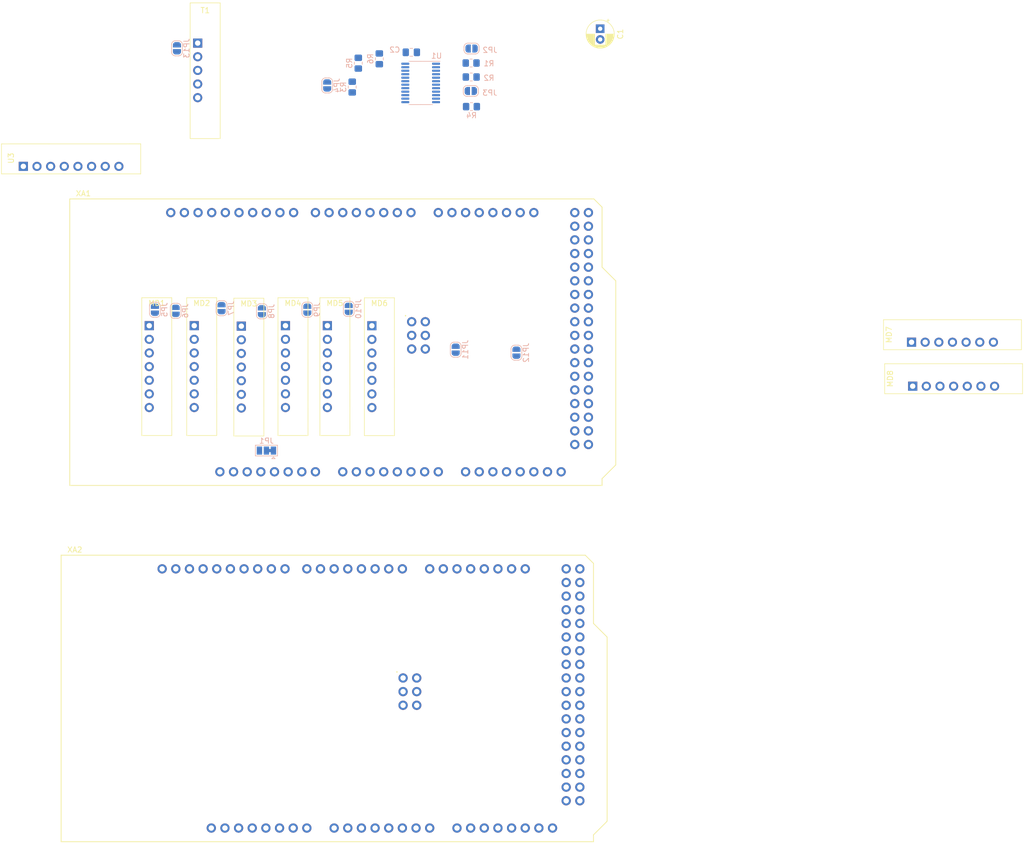
<source format=kicad_pcb>
(kicad_pcb (version 20171130) (host pcbnew "(5.1.10)-1")

  (general
    (thickness 1.6)
    (drawings 0)
    (tracks 0)
    (zones 0)
    (modules 34)
    (nets 233)
  )

  (page A3)
  (layers
    (0 F.Cu signal)
    (31 B.Cu signal)
    (32 B.Adhes user)
    (33 F.Adhes user)
    (34 B.Paste user)
    (35 F.Paste user)
    (36 B.SilkS user)
    (37 F.SilkS user)
    (38 B.Mask user)
    (39 F.Mask user)
    (40 Dwgs.User user)
    (41 Cmts.User user)
    (42 Eco1.User user)
    (43 Eco2.User user)
    (44 Edge.Cuts user)
    (45 Margin user)
    (46 B.CrtYd user)
    (47 F.CrtYd user)
    (48 B.Fab user)
    (49 F.Fab user)
  )

  (setup
    (last_trace_width 0.25)
    (trace_clearance 0.2)
    (zone_clearance 0.508)
    (zone_45_only no)
    (trace_min 0.2)
    (via_size 0.8)
    (via_drill 0.4)
    (via_min_size 0.4)
    (via_min_drill 0.3)
    (uvia_size 0.3)
    (uvia_drill 0.1)
    (uvias_allowed no)
    (uvia_min_size 0.2)
    (uvia_min_drill 0.1)
    (edge_width 0.05)
    (segment_width 0.2)
    (pcb_text_width 0.3)
    (pcb_text_size 1.5 1.5)
    (mod_edge_width 0.12)
    (mod_text_size 1 1)
    (mod_text_width 0.15)
    (pad_size 1.524 1.524)
    (pad_drill 0.762)
    (pad_to_mask_clearance 0)
    (aux_axis_origin 0 0)
    (visible_elements 7FFFFFFF)
    (pcbplotparams
      (layerselection 0x010fc_ffffffff)
      (usegerberextensions false)
      (usegerberattributes true)
      (usegerberadvancedattributes true)
      (creategerberjobfile true)
      (excludeedgelayer true)
      (linewidth 0.100000)
      (plotframeref false)
      (viasonmask false)
      (mode 1)
      (useauxorigin false)
      (hpglpennumber 1)
      (hpglpenspeed 20)
      (hpglpendiameter 15.000000)
      (psnegative false)
      (psa4output false)
      (plotreference true)
      (plotvalue true)
      (plotinvisibletext false)
      (padsonsilk false)
      (subtractmaskfromsilk false)
      (outputformat 1)
      (mirror false)
      (drillshape 1)
      (scaleselection 1)
      (outputdirectory ""))
  )

  (net 0 "")
  (net 1 "Net-(XA1-PadRST2)")
  (net 2 "Net-(XA1-PadMOSI)")
  (net 3 "Net-(XA1-PadSCK)")
  (net 4 "Net-(XA1-Pad5V2)")
  (net 5 "Net-(XA1-PadA0)")
  (net 6 "Net-(XA1-PadVIN)")
  (net 7 "Net-(XA1-PadGND3)")
  (net 8 "Net-(XA1-PadGND2)")
  (net 9 "Net-(XA1-PadRST1)")
  (net 10 "Net-(XA1-PadIORF)")
  (net 11 "Net-(XA1-PadD19)")
  (net 12 "Net-(XA1-PadD18)")
  (net 13 "Net-(XA1-PadD17)")
  (net 14 "Net-(XA1-PadD16)")
  (net 15 "Net-(XA1-PadD15)")
  (net 16 "Net-(XA1-PadD14)")
  (net 17 "Net-(XA1-PadD0)")
  (net 18 "Net-(XA1-PadD1)")
  (net 19 "Net-(XA1-PadD2)")
  (net 20 "Net-(XA1-PadD3)")
  (net 21 "Net-(XA1-PadD4)")
  (net 22 "Net-(XA1-PadD5)")
  (net 23 "Net-(XA1-PadD6)")
  (net 24 "Net-(XA1-PadD7)")
  (net 25 "Net-(XA1-PadD8)")
  (net 26 "Net-(XA1-PadD9)")
  (net 27 "Net-(XA1-PadD10)")
  (net 28 "Net-(XA1-PadAREF)")
  (net 29 "Net-(XA1-PadD13)")
  (net 30 "Net-(XA1-PadD12)")
  (net 31 "Net-(XA1-PadD11)")
  (net 32 "Net-(XA1-PadA1)")
  (net 33 "Net-(XA1-PadA2)")
  (net 34 "Net-(XA1-PadA3)")
  (net 35 "Net-(XA1-PadA4)")
  (net 36 "Net-(XA1-PadA5)")
  (net 37 "Net-(XA1-PadA6)")
  (net 38 "Net-(XA1-PadA7)")
  (net 39 "Net-(XA1-PadA8)")
  (net 40 "Net-(XA1-PadA9)")
  (net 41 "Net-(XA1-PadA10)")
  (net 42 "Net-(XA1-PadA11)")
  (net 43 "Net-(XA1-PadA12)")
  (net 44 "Net-(XA1-PadA13)")
  (net 45 "Net-(XA1-PadA14)")
  (net 46 "Net-(XA1-PadA15)")
  (net 47 "Net-(XA1-Pad5V3)")
  (net 48 "Net-(XA1-Pad5V4)")
  (net 49 "Net-(XA1-PadD22)")
  (net 50 "Net-(XA1-PadD23)")
  (net 51 "Net-(XA1-PadD24)")
  (net 52 "Net-(XA1-PadD25)")
  (net 53 "Net-(XA1-PadD26)")
  (net 54 "Net-(XA1-PadD27)")
  (net 55 "Net-(XA1-PadD28)")
  (net 56 "Net-(XA1-PadD29)")
  (net 57 "Net-(XA1-PadD30)")
  (net 58 "Net-(XA1-PadD31)")
  (net 59 "Net-(XA1-PadD32)")
  (net 60 "Net-(XA1-PadD33)")
  (net 61 "Net-(XA1-PadD34)")
  (net 62 "Net-(XA1-PadD35)")
  (net 63 "Net-(XA1-PadD36)")
  (net 64 "Net-(XA1-PadD37)")
  (net 65 "Net-(XA1-PadD38)")
  (net 66 "Net-(XA1-PadD39)")
  (net 67 "Net-(XA1-PadD40)")
  (net 68 "Net-(XA1-PadD41)")
  (net 69 "Net-(XA1-PadD42)")
  (net 70 "Net-(XA1-PadD43)")
  (net 71 "Net-(XA1-PadD44)")
  (net 72 "Net-(XA1-PadD45)")
  (net 73 "Net-(XA1-PadD46)")
  (net 74 "Net-(XA1-PadD47)")
  (net 75 "Net-(XA1-PadD48)")
  (net 76 "Net-(XA1-PadD49)")
  (net 77 "Net-(XA1-PadD50)")
  (net 78 "Net-(XA1-PadD51)")
  (net 79 "Net-(XA1-PadD52)")
  (net 80 "Net-(XA1-PadD53)")
  (net 81 "Net-(XA1-PadGND5)")
  (net 82 "Net-(XA1-PadGND6)")
  (net 83 "Net-(XA1-PadMISO)")
  (net 84 "Net-(XA2-PadRST2)")
  (net 85 "Net-(XA2-PadGND4)")
  (net 86 "Net-(XA2-PadMOSI)")
  (net 87 "Net-(XA2-PadSCK)")
  (net 88 "Net-(XA2-Pad5V2)")
  (net 89 "Net-(XA2-PadA0)")
  (net 90 "Net-(XA2-PadVIN)")
  (net 91 "Net-(XA2-PadGND3)")
  (net 92 "Net-(XA2-PadGND2)")
  (net 93 "Net-(XA2-Pad5V1)")
  (net 94 "Net-(XA2-Pad3V3)")
  (net 95 "Net-(XA2-PadRST1)")
  (net 96 "Net-(XA2-PadIORF)")
  (net 97 "Net-(XA2-PadD21)")
  (net 98 "Net-(XA2-PadD20)")
  (net 99 "Net-(XA2-PadD19)")
  (net 100 "Net-(XA2-PadD18)")
  (net 101 "Net-(XA2-PadD17)")
  (net 102 "Net-(XA2-PadD16)")
  (net 103 "Net-(XA2-PadD15)")
  (net 104 "Net-(XA2-PadD14)")
  (net 105 "Net-(XA2-PadD0)")
  (net 106 "Net-(XA2-PadD1)")
  (net 107 "Net-(XA2-PadD2)")
  (net 108 "Net-(XA2-PadD3)")
  (net 109 "Net-(XA2-PadD4)")
  (net 110 "Net-(XA2-PadD5)")
  (net 111 "Net-(XA2-PadD6)")
  (net 112 "Net-(XA2-PadD7)")
  (net 113 "Net-(XA2-PadGND1)")
  (net 114 "Net-(XA2-PadD8)")
  (net 115 "Net-(XA2-PadD9)")
  (net 116 "Net-(XA2-PadD10)")
  (net 117 "Net-(XA2-PadSCL1)")
  (net 118 "Net-(XA2-PadSDA1)")
  (net 119 "Net-(XA2-PadAREF)")
  (net 120 "Net-(XA2-PadD13)")
  (net 121 "Net-(XA2-PadD12)")
  (net 122 "Net-(XA2-PadD11)")
  (net 123 "Net-(XA2-PadA1)")
  (net 124 "Net-(XA2-PadA2)")
  (net 125 "Net-(XA2-PadA3)")
  (net 126 "Net-(XA2-PadA4)")
  (net 127 "Net-(XA2-PadA5)")
  (net 128 "Net-(XA2-PadA6)")
  (net 129 "Net-(XA2-PadA7)")
  (net 130 "Net-(XA2-PadA8)")
  (net 131 "Net-(XA2-PadA9)")
  (net 132 "Net-(XA2-PadA10)")
  (net 133 "Net-(XA2-PadA11)")
  (net 134 "Net-(XA2-PadDAC0)")
  (net 135 "Net-(XA2-PadDAC1)")
  (net 136 "Net-(XA2-PadCANR)")
  (net 137 "Net-(XA2-PadCANT)")
  (net 138 "Net-(XA2-Pad5V3)")
  (net 139 "Net-(XA2-Pad5V4)")
  (net 140 "Net-(XA2-PadD22)")
  (net 141 "Net-(XA2-PadD23)")
  (net 142 "Net-(XA2-PadD24)")
  (net 143 "Net-(XA2-PadD25)")
  (net 144 "Net-(XA2-PadD26)")
  (net 145 "Net-(XA2-PadD27)")
  (net 146 "Net-(XA2-PadD28)")
  (net 147 "Net-(XA2-PadD29)")
  (net 148 "Net-(XA2-PadD30)")
  (net 149 "Net-(XA2-PadD31)")
  (net 150 "Net-(XA2-PadD32)")
  (net 151 "Net-(XA2-PadD33)")
  (net 152 "Net-(XA2-PadD34)")
  (net 153 "Net-(XA2-PadD35)")
  (net 154 "Net-(XA2-PadD36)")
  (net 155 "Net-(XA2-PadD37)")
  (net 156 "Net-(XA2-PadD38)")
  (net 157 "Net-(XA2-PadD39)")
  (net 158 "Net-(XA2-PadD40)")
  (net 159 "Net-(XA2-PadD41)")
  (net 160 "Net-(XA2-PadD42)")
  (net 161 "Net-(XA2-PadD43)")
  (net 162 "Net-(XA2-PadD44)")
  (net 163 "Net-(XA2-PadD45)")
  (net 164 "Net-(XA2-PadD46)")
  (net 165 "Net-(XA2-PadD47)")
  (net 166 "Net-(XA2-PadD48)")
  (net 167 "Net-(XA2-PadD49)")
  (net 168 "Net-(XA2-PadD50)")
  (net 169 "Net-(XA2-PadD51)")
  (net 170 "Net-(XA2-PadD52)")
  (net 171 "Net-(XA2-PadD53)")
  (net 172 "Net-(XA2-PadGND5)")
  (net 173 "Net-(XA2-PadGND6)")
  (net 174 "Net-(XA2-PadMISO)")
  (net 175 "Net-(JP2-Pad1)")
  (net 176 GND)
  (net 177 "Net-(JP3-Pad1)")
  (net 178 "Net-(JP4-Pad1)")
  (net 179 VCC)
  (net 180 +5V)
  (net 181 +3V3)
  (net 182 "Net-(R4-Pad1)")
  (net 183 I2C_CLK)
  (net 184 I2C_DATA)
  (net 185 SC0)
  (net 186 SD0)
  (net 187 SD1)
  (net 188 SC1)
  (net 189 SD2)
  (net 190 SC2)
  (net 191 SD3)
  (net 192 SC3)
  (net 193 SD4)
  (net 194 SC4)
  (net 195 SD5)
  (net 196 SC5)
  (net 197 SD6)
  (net 198 SC6)
  (net 199 SD7)
  (net 200 SC7)
  (net 201 "Net-(JP5-Pad1)")
  (net 202 "Net-(JP6-Pad1)")
  (net 203 "Net-(JP7-Pad1)")
  (net 204 "Net-(JP8-Pad1)")
  (net 205 "Net-(JP9-Pad1)")
  (net 206 "Net-(JP10-Pad1)")
  (net 207 "Net-(JP11-Pad1)")
  (net 208 "Net-(JP12-Pad1)")
  (net 209 "Net-(MD1-Pad5)")
  (net 210 "Net-(MD1-Pad7)")
  (net 211 "Net-(MD2-Pad7)")
  (net 212 "Net-(MD2-Pad5)")
  (net 213 "Net-(MD3-Pad5)")
  (net 214 "Net-(MD3-Pad7)")
  (net 215 "Net-(MD4-Pad5)")
  (net 216 "Net-(MD4-Pad7)")
  (net 217 "Net-(MD5-Pad7)")
  (net 218 "Net-(MD5-Pad5)")
  (net 219 "Net-(MD6-Pad7)")
  (net 220 "Net-(MD6-Pad5)")
  (net 221 "Net-(MD7-Pad5)")
  (net 222 "Net-(MD7-Pad7)")
  (net 223 "Net-(MD8-Pad7)")
  (net 224 "Net-(MD8-Pad5)")
  (net 225 "Net-(XA1-PadD21)")
  (net 226 "Net-(XA1-PadD20)")
  (net 227 "Net-(XA1-PadGND4)")
  (net 228 "Net-(JP13-Pad1)")
  (net 229 "Net-(U3-Pad5)")
  (net 230 "Net-(U3-Pad6)")
  (net 231 "Net-(U3-Pad7)")
  (net 232 "Net-(U3-Pad8)")

  (net_class Default "This is the default net class."
    (clearance 0.2)
    (trace_width 0.25)
    (via_dia 0.8)
    (via_drill 0.4)
    (uvia_dia 0.3)
    (uvia_drill 0.1)
    (add_net +3V3)
    (add_net +5V)
    (add_net GND)
    (add_net I2C_CLK)
    (add_net I2C_DATA)
    (add_net "Net-(JP10-Pad1)")
    (add_net "Net-(JP11-Pad1)")
    (add_net "Net-(JP12-Pad1)")
    (add_net "Net-(JP13-Pad1)")
    (add_net "Net-(JP2-Pad1)")
    (add_net "Net-(JP3-Pad1)")
    (add_net "Net-(JP4-Pad1)")
    (add_net "Net-(JP5-Pad1)")
    (add_net "Net-(JP6-Pad1)")
    (add_net "Net-(JP7-Pad1)")
    (add_net "Net-(JP8-Pad1)")
    (add_net "Net-(JP9-Pad1)")
    (add_net "Net-(MD1-Pad5)")
    (add_net "Net-(MD1-Pad7)")
    (add_net "Net-(MD2-Pad5)")
    (add_net "Net-(MD2-Pad7)")
    (add_net "Net-(MD3-Pad5)")
    (add_net "Net-(MD3-Pad7)")
    (add_net "Net-(MD4-Pad5)")
    (add_net "Net-(MD4-Pad7)")
    (add_net "Net-(MD5-Pad5)")
    (add_net "Net-(MD5-Pad7)")
    (add_net "Net-(MD6-Pad5)")
    (add_net "Net-(MD6-Pad7)")
    (add_net "Net-(MD7-Pad5)")
    (add_net "Net-(MD7-Pad7)")
    (add_net "Net-(MD8-Pad5)")
    (add_net "Net-(MD8-Pad7)")
    (add_net "Net-(R4-Pad1)")
    (add_net "Net-(U3-Pad5)")
    (add_net "Net-(U3-Pad6)")
    (add_net "Net-(U3-Pad7)")
    (add_net "Net-(U3-Pad8)")
    (add_net "Net-(XA1-Pad5V2)")
    (add_net "Net-(XA1-Pad5V3)")
    (add_net "Net-(XA1-Pad5V4)")
    (add_net "Net-(XA1-PadA0)")
    (add_net "Net-(XA1-PadA1)")
    (add_net "Net-(XA1-PadA10)")
    (add_net "Net-(XA1-PadA11)")
    (add_net "Net-(XA1-PadA12)")
    (add_net "Net-(XA1-PadA13)")
    (add_net "Net-(XA1-PadA14)")
    (add_net "Net-(XA1-PadA15)")
    (add_net "Net-(XA1-PadA2)")
    (add_net "Net-(XA1-PadA3)")
    (add_net "Net-(XA1-PadA4)")
    (add_net "Net-(XA1-PadA5)")
    (add_net "Net-(XA1-PadA6)")
    (add_net "Net-(XA1-PadA7)")
    (add_net "Net-(XA1-PadA8)")
    (add_net "Net-(XA1-PadA9)")
    (add_net "Net-(XA1-PadAREF)")
    (add_net "Net-(XA1-PadD0)")
    (add_net "Net-(XA1-PadD1)")
    (add_net "Net-(XA1-PadD10)")
    (add_net "Net-(XA1-PadD11)")
    (add_net "Net-(XA1-PadD12)")
    (add_net "Net-(XA1-PadD13)")
    (add_net "Net-(XA1-PadD14)")
    (add_net "Net-(XA1-PadD15)")
    (add_net "Net-(XA1-PadD16)")
    (add_net "Net-(XA1-PadD17)")
    (add_net "Net-(XA1-PadD18)")
    (add_net "Net-(XA1-PadD19)")
    (add_net "Net-(XA1-PadD2)")
    (add_net "Net-(XA1-PadD20)")
    (add_net "Net-(XA1-PadD21)")
    (add_net "Net-(XA1-PadD22)")
    (add_net "Net-(XA1-PadD23)")
    (add_net "Net-(XA1-PadD24)")
    (add_net "Net-(XA1-PadD25)")
    (add_net "Net-(XA1-PadD26)")
    (add_net "Net-(XA1-PadD27)")
    (add_net "Net-(XA1-PadD28)")
    (add_net "Net-(XA1-PadD29)")
    (add_net "Net-(XA1-PadD3)")
    (add_net "Net-(XA1-PadD30)")
    (add_net "Net-(XA1-PadD31)")
    (add_net "Net-(XA1-PadD32)")
    (add_net "Net-(XA1-PadD33)")
    (add_net "Net-(XA1-PadD34)")
    (add_net "Net-(XA1-PadD35)")
    (add_net "Net-(XA1-PadD36)")
    (add_net "Net-(XA1-PadD37)")
    (add_net "Net-(XA1-PadD38)")
    (add_net "Net-(XA1-PadD39)")
    (add_net "Net-(XA1-PadD4)")
    (add_net "Net-(XA1-PadD40)")
    (add_net "Net-(XA1-PadD41)")
    (add_net "Net-(XA1-PadD42)")
    (add_net "Net-(XA1-PadD43)")
    (add_net "Net-(XA1-PadD44)")
    (add_net "Net-(XA1-PadD45)")
    (add_net "Net-(XA1-PadD46)")
    (add_net "Net-(XA1-PadD47)")
    (add_net "Net-(XA1-PadD48)")
    (add_net "Net-(XA1-PadD49)")
    (add_net "Net-(XA1-PadD5)")
    (add_net "Net-(XA1-PadD50)")
    (add_net "Net-(XA1-PadD51)")
    (add_net "Net-(XA1-PadD52)")
    (add_net "Net-(XA1-PadD53)")
    (add_net "Net-(XA1-PadD6)")
    (add_net "Net-(XA1-PadD7)")
    (add_net "Net-(XA1-PadD8)")
    (add_net "Net-(XA1-PadD9)")
    (add_net "Net-(XA1-PadGND2)")
    (add_net "Net-(XA1-PadGND3)")
    (add_net "Net-(XA1-PadGND4)")
    (add_net "Net-(XA1-PadGND5)")
    (add_net "Net-(XA1-PadGND6)")
    (add_net "Net-(XA1-PadIORF)")
    (add_net "Net-(XA1-PadMISO)")
    (add_net "Net-(XA1-PadMOSI)")
    (add_net "Net-(XA1-PadRST1)")
    (add_net "Net-(XA1-PadRST2)")
    (add_net "Net-(XA1-PadSCK)")
    (add_net "Net-(XA1-PadVIN)")
    (add_net "Net-(XA2-Pad3V3)")
    (add_net "Net-(XA2-Pad5V1)")
    (add_net "Net-(XA2-Pad5V2)")
    (add_net "Net-(XA2-Pad5V3)")
    (add_net "Net-(XA2-Pad5V4)")
    (add_net "Net-(XA2-PadA0)")
    (add_net "Net-(XA2-PadA1)")
    (add_net "Net-(XA2-PadA10)")
    (add_net "Net-(XA2-PadA11)")
    (add_net "Net-(XA2-PadA2)")
    (add_net "Net-(XA2-PadA3)")
    (add_net "Net-(XA2-PadA4)")
    (add_net "Net-(XA2-PadA5)")
    (add_net "Net-(XA2-PadA6)")
    (add_net "Net-(XA2-PadA7)")
    (add_net "Net-(XA2-PadA8)")
    (add_net "Net-(XA2-PadA9)")
    (add_net "Net-(XA2-PadAREF)")
    (add_net "Net-(XA2-PadCANR)")
    (add_net "Net-(XA2-PadCANT)")
    (add_net "Net-(XA2-PadD0)")
    (add_net "Net-(XA2-PadD1)")
    (add_net "Net-(XA2-PadD10)")
    (add_net "Net-(XA2-PadD11)")
    (add_net "Net-(XA2-PadD12)")
    (add_net "Net-(XA2-PadD13)")
    (add_net "Net-(XA2-PadD14)")
    (add_net "Net-(XA2-PadD15)")
    (add_net "Net-(XA2-PadD16)")
    (add_net "Net-(XA2-PadD17)")
    (add_net "Net-(XA2-PadD18)")
    (add_net "Net-(XA2-PadD19)")
    (add_net "Net-(XA2-PadD2)")
    (add_net "Net-(XA2-PadD20)")
    (add_net "Net-(XA2-PadD21)")
    (add_net "Net-(XA2-PadD22)")
    (add_net "Net-(XA2-PadD23)")
    (add_net "Net-(XA2-PadD24)")
    (add_net "Net-(XA2-PadD25)")
    (add_net "Net-(XA2-PadD26)")
    (add_net "Net-(XA2-PadD27)")
    (add_net "Net-(XA2-PadD28)")
    (add_net "Net-(XA2-PadD29)")
    (add_net "Net-(XA2-PadD3)")
    (add_net "Net-(XA2-PadD30)")
    (add_net "Net-(XA2-PadD31)")
    (add_net "Net-(XA2-PadD32)")
    (add_net "Net-(XA2-PadD33)")
    (add_net "Net-(XA2-PadD34)")
    (add_net "Net-(XA2-PadD35)")
    (add_net "Net-(XA2-PadD36)")
    (add_net "Net-(XA2-PadD37)")
    (add_net "Net-(XA2-PadD38)")
    (add_net "Net-(XA2-PadD39)")
    (add_net "Net-(XA2-PadD4)")
    (add_net "Net-(XA2-PadD40)")
    (add_net "Net-(XA2-PadD41)")
    (add_net "Net-(XA2-PadD42)")
    (add_net "Net-(XA2-PadD43)")
    (add_net "Net-(XA2-PadD44)")
    (add_net "Net-(XA2-PadD45)")
    (add_net "Net-(XA2-PadD46)")
    (add_net "Net-(XA2-PadD47)")
    (add_net "Net-(XA2-PadD48)")
    (add_net "Net-(XA2-PadD49)")
    (add_net "Net-(XA2-PadD5)")
    (add_net "Net-(XA2-PadD50)")
    (add_net "Net-(XA2-PadD51)")
    (add_net "Net-(XA2-PadD52)")
    (add_net "Net-(XA2-PadD53)")
    (add_net "Net-(XA2-PadD6)")
    (add_net "Net-(XA2-PadD7)")
    (add_net "Net-(XA2-PadD8)")
    (add_net "Net-(XA2-PadD9)")
    (add_net "Net-(XA2-PadDAC0)")
    (add_net "Net-(XA2-PadDAC1)")
    (add_net "Net-(XA2-PadGND1)")
    (add_net "Net-(XA2-PadGND2)")
    (add_net "Net-(XA2-PadGND3)")
    (add_net "Net-(XA2-PadGND4)")
    (add_net "Net-(XA2-PadGND5)")
    (add_net "Net-(XA2-PadGND6)")
    (add_net "Net-(XA2-PadIORF)")
    (add_net "Net-(XA2-PadMISO)")
    (add_net "Net-(XA2-PadMOSI)")
    (add_net "Net-(XA2-PadRST1)")
    (add_net "Net-(XA2-PadRST2)")
    (add_net "Net-(XA2-PadSCK)")
    (add_net "Net-(XA2-PadSCL1)")
    (add_net "Net-(XA2-PadSDA1)")
    (add_net "Net-(XA2-PadVIN)")
    (add_net SC0)
    (add_net SC1)
    (add_net SC2)
    (add_net SC3)
    (add_net SC4)
    (add_net SC5)
    (add_net SC6)
    (add_net SC7)
    (add_net SD0)
    (add_net SD1)
    (add_net SD2)
    (add_net SD3)
    (add_net SD4)
    (add_net SD5)
    (add_net SD6)
    (add_net SD7)
    (add_net VCC)
  )

  (module Arduino:Arduino_Mega2560_Shield (layer F.Cu) (tedit 5A8605D3) (tstamp 620D62E3)
    (at 102.5525 110.5408)
    (descr https://store.arduino.cc/arduino-mega-2560-rev3)
    (path /620C206D)
    (fp_text reference XA1 (at 2.54 -54.356) (layer F.SilkS)
      (effects (font (size 1 1) (thickness 0.15)))
    )
    (fp_text value Arduino_Mega2560_Shield (at 15.494 -54.356) (layer F.Fab)
      (effects (font (size 1 1) (thickness 0.15)))
    )
    (fp_line (start 0 -53.34) (end 97.536 -53.34) (layer F.SilkS) (width 0.15))
    (fp_line (start 0 0) (end 99.06 0) (layer F.SilkS) (width 0.15))
    (fp_line (start 97.536 -53.34) (end 99.06 -51.816) (layer F.SilkS) (width 0.15))
    (fp_line (start 99.06 0) (end 99.06 -1.27) (layer F.SilkS) (width 0.15))
    (fp_line (start 99.06 -1.27) (end 101.6 -3.81) (layer F.SilkS) (width 0.15))
    (fp_line (start 101.6 -3.81) (end 101.6 -38.1) (layer F.SilkS) (width 0.15))
    (fp_line (start 101.6 -38.1) (end 99.06 -40.64) (layer F.SilkS) (width 0.15))
    (fp_line (start 99.06 -40.64) (end 99.06 -51.816) (layer F.SilkS) (width 0.15))
    (fp_line (start 0 -53.34) (end 0 0) (layer F.SilkS) (width 0.15))
    (fp_line (start -1.905 -12.065) (end 11.43 -12.065) (layer B.CrtYd) (width 0.15))
    (fp_line (start -1.905 -12.065) (end -1.905 -3.175) (layer B.CrtYd) (width 0.15))
    (fp_line (start -1.905 -3.175) (end 11.43 -3.175) (layer B.CrtYd) (width 0.15))
    (fp_line (start 11.43 -12.065) (end 11.43 -3.175) (layer B.CrtYd) (width 0.15))
    (fp_line (start -6.35 -43.815) (end -6.35 -32.385) (layer B.CrtYd) (width 0.15))
    (fp_line (start 9.525 -43.815) (end 9.525 -32.385) (layer B.CrtYd) (width 0.15))
    (fp_line (start 9.525 -43.815) (end -6.35 -43.815) (layer B.CrtYd) (width 0.15))
    (fp_line (start 9.525 -32.385) (end -6.35 -32.385) (layer B.CrtYd) (width 0.15))
    (fp_text user . (at 62.484 -32.004) (layer F.SilkS)
      (effects (font (size 1 1) (thickness 0.15)))
    )
    (pad RST2 thru_hole oval (at 63.627 -25.4) (size 1.7272 1.7272) (drill 1.016) (layers *.Cu *.Mask)
      (net 1 "Net-(XA1-PadRST2)"))
    (pad GND4 thru_hole oval (at 66.167 -25.4) (size 1.7272 1.7272) (drill 1.016) (layers *.Cu *.Mask)
      (net 227 "Net-(XA1-PadGND4)"))
    (pad MOSI thru_hole oval (at 66.167 -27.94) (size 1.7272 1.7272) (drill 1.016) (layers *.Cu *.Mask)
      (net 2 "Net-(XA1-PadMOSI)"))
    (pad SCK thru_hole oval (at 63.627 -27.94) (size 1.7272 1.7272) (drill 1.016) (layers *.Cu *.Mask)
      (net 3 "Net-(XA1-PadSCK)"))
    (pad 5V2 thru_hole oval (at 66.167 -30.48) (size 1.7272 1.7272) (drill 1.016) (layers *.Cu *.Mask)
      (net 4 "Net-(XA1-Pad5V2)"))
    (pad A0 thru_hole oval (at 50.8 -2.54) (size 1.7272 1.7272) (drill 1.016) (layers *.Cu *.Mask)
      (net 5 "Net-(XA1-PadA0)"))
    (pad VIN thru_hole oval (at 45.72 -2.54) (size 1.7272 1.7272) (drill 1.016) (layers *.Cu *.Mask)
      (net 6 "Net-(XA1-PadVIN)"))
    (pad GND3 thru_hole oval (at 43.18 -2.54) (size 1.7272 1.7272) (drill 1.016) (layers *.Cu *.Mask)
      (net 7 "Net-(XA1-PadGND3)"))
    (pad GND2 thru_hole oval (at 40.64 -2.54) (size 1.7272 1.7272) (drill 1.016) (layers *.Cu *.Mask)
      (net 8 "Net-(XA1-PadGND2)"))
    (pad 5V1 thru_hole oval (at 38.1 -2.54) (size 1.7272 1.7272) (drill 1.016) (layers *.Cu *.Mask)
      (net 180 +5V))
    (pad 3V3 thru_hole oval (at 35.56 -2.54) (size 1.7272 1.7272) (drill 1.016) (layers *.Cu *.Mask)
      (net 181 +3V3))
    (pad RST1 thru_hole oval (at 33.02 -2.54) (size 1.7272 1.7272) (drill 1.016) (layers *.Cu *.Mask)
      (net 9 "Net-(XA1-PadRST1)"))
    (pad IORF thru_hole oval (at 30.48 -2.54) (size 1.7272 1.7272) (drill 1.016) (layers *.Cu *.Mask)
      (net 10 "Net-(XA1-PadIORF)"))
    (pad D21 thru_hole oval (at 86.36 -50.8) (size 1.7272 1.7272) (drill 1.016) (layers *.Cu *.Mask)
      (net 225 "Net-(XA1-PadD21)"))
    (pad D20 thru_hole oval (at 83.82 -50.8) (size 1.7272 1.7272) (drill 1.016) (layers *.Cu *.Mask)
      (net 226 "Net-(XA1-PadD20)"))
    (pad D19 thru_hole oval (at 81.28 -50.8) (size 1.7272 1.7272) (drill 1.016) (layers *.Cu *.Mask)
      (net 11 "Net-(XA1-PadD19)"))
    (pad D18 thru_hole oval (at 78.74 -50.8) (size 1.7272 1.7272) (drill 1.016) (layers *.Cu *.Mask)
      (net 12 "Net-(XA1-PadD18)"))
    (pad D17 thru_hole oval (at 76.2 -50.8) (size 1.7272 1.7272) (drill 1.016) (layers *.Cu *.Mask)
      (net 13 "Net-(XA1-PadD17)"))
    (pad D16 thru_hole oval (at 73.66 -50.8) (size 1.7272 1.7272) (drill 1.016) (layers *.Cu *.Mask)
      (net 14 "Net-(XA1-PadD16)"))
    (pad D15 thru_hole oval (at 71.12 -50.8) (size 1.7272 1.7272) (drill 1.016) (layers *.Cu *.Mask)
      (net 15 "Net-(XA1-PadD15)"))
    (pad D14 thru_hole oval (at 68.58 -50.8) (size 1.7272 1.7272) (drill 1.016) (layers *.Cu *.Mask)
      (net 16 "Net-(XA1-PadD14)"))
    (pad D0 thru_hole oval (at 63.5 -50.8) (size 1.7272 1.7272) (drill 1.016) (layers *.Cu *.Mask)
      (net 17 "Net-(XA1-PadD0)"))
    (pad D1 thru_hole oval (at 60.96 -50.8) (size 1.7272 1.7272) (drill 1.016) (layers *.Cu *.Mask)
      (net 18 "Net-(XA1-PadD1)"))
    (pad D2 thru_hole oval (at 58.42 -50.8) (size 1.7272 1.7272) (drill 1.016) (layers *.Cu *.Mask)
      (net 19 "Net-(XA1-PadD2)"))
    (pad D3 thru_hole oval (at 55.88 -50.8) (size 1.7272 1.7272) (drill 1.016) (layers *.Cu *.Mask)
      (net 20 "Net-(XA1-PadD3)"))
    (pad D4 thru_hole oval (at 53.34 -50.8) (size 1.7272 1.7272) (drill 1.016) (layers *.Cu *.Mask)
      (net 21 "Net-(XA1-PadD4)"))
    (pad D5 thru_hole oval (at 50.8 -50.8) (size 1.7272 1.7272) (drill 1.016) (layers *.Cu *.Mask)
      (net 22 "Net-(XA1-PadD5)"))
    (pad D6 thru_hole oval (at 48.26 -50.8) (size 1.7272 1.7272) (drill 1.016) (layers *.Cu *.Mask)
      (net 23 "Net-(XA1-PadD6)"))
    (pad D7 thru_hole oval (at 45.72 -50.8) (size 1.7272 1.7272) (drill 1.016) (layers *.Cu *.Mask)
      (net 24 "Net-(XA1-PadD7)"))
    (pad GND1 thru_hole oval (at 26.416 -50.8) (size 1.7272 1.7272) (drill 1.016) (layers *.Cu *.Mask)
      (net 176 GND))
    (pad D8 thru_hole oval (at 41.656 -50.8) (size 1.7272 1.7272) (drill 1.016) (layers *.Cu *.Mask)
      (net 25 "Net-(XA1-PadD8)"))
    (pad D9 thru_hole oval (at 39.116 -50.8) (size 1.7272 1.7272) (drill 1.016) (layers *.Cu *.Mask)
      (net 26 "Net-(XA1-PadD9)"))
    (pad D10 thru_hole oval (at 36.576 -50.8) (size 1.7272 1.7272) (drill 1.016) (layers *.Cu *.Mask)
      (net 27 "Net-(XA1-PadD10)"))
    (pad "" np_thru_hole circle (at 66.04 -7.62) (size 3.2 3.2) (drill 3.2) (layers *.Cu *.Mask))
    (pad "" np_thru_hole circle (at 66.04 -35.56) (size 3.2 3.2) (drill 3.2) (layers *.Cu *.Mask))
    (pad "" np_thru_hole circle (at 90.17 -50.8) (size 3.2 3.2) (drill 3.2) (layers *.Cu *.Mask))
    (pad "" np_thru_hole circle (at 15.24 -50.8) (size 3.2 3.2) (drill 3.2) (layers *.Cu *.Mask))
    (pad "" np_thru_hole circle (at 96.52 -2.54) (size 3.2 3.2) (drill 3.2) (layers *.Cu *.Mask))
    (pad "" np_thru_hole circle (at 13.97 -2.54) (size 3.2 3.2) (drill 3.2) (layers *.Cu *.Mask))
    (pad SCL thru_hole oval (at 18.796 -50.8) (size 1.7272 1.7272) (drill 1.016) (layers *.Cu *.Mask)
      (net 183 I2C_CLK))
    (pad SDA thru_hole oval (at 21.336 -50.8) (size 1.7272 1.7272) (drill 1.016) (layers *.Cu *.Mask)
      (net 184 I2C_DATA))
    (pad AREF thru_hole oval (at 23.876 -50.8) (size 1.7272 1.7272) (drill 1.016) (layers *.Cu *.Mask)
      (net 28 "Net-(XA1-PadAREF)"))
    (pad D13 thru_hole oval (at 28.956 -50.8) (size 1.7272 1.7272) (drill 1.016) (layers *.Cu *.Mask)
      (net 29 "Net-(XA1-PadD13)"))
    (pad D12 thru_hole oval (at 31.496 -50.8) (size 1.7272 1.7272) (drill 1.016) (layers *.Cu *.Mask)
      (net 30 "Net-(XA1-PadD12)"))
    (pad D11 thru_hole oval (at 34.036 -50.8) (size 1.7272 1.7272) (drill 1.016) (layers *.Cu *.Mask)
      (net 31 "Net-(XA1-PadD11)"))
    (pad "" thru_hole oval (at 27.94 -2.54) (size 1.7272 1.7272) (drill 1.016) (layers *.Cu *.Mask))
    (pad A1 thru_hole oval (at 53.34 -2.54) (size 1.7272 1.7272) (drill 1.016) (layers *.Cu *.Mask)
      (net 32 "Net-(XA1-PadA1)"))
    (pad A2 thru_hole oval (at 55.88 -2.54) (size 1.7272 1.7272) (drill 1.016) (layers *.Cu *.Mask)
      (net 33 "Net-(XA1-PadA2)"))
    (pad A3 thru_hole oval (at 58.42 -2.54) (size 1.7272 1.7272) (drill 1.016) (layers *.Cu *.Mask)
      (net 34 "Net-(XA1-PadA3)"))
    (pad A4 thru_hole oval (at 60.96 -2.54) (size 1.7272 1.7272) (drill 1.016) (layers *.Cu *.Mask)
      (net 35 "Net-(XA1-PadA4)"))
    (pad A5 thru_hole oval (at 63.5 -2.54) (size 1.7272 1.7272) (drill 1.016) (layers *.Cu *.Mask)
      (net 36 "Net-(XA1-PadA5)"))
    (pad A6 thru_hole oval (at 66.04 -2.54) (size 1.7272 1.7272) (drill 1.016) (layers *.Cu *.Mask)
      (net 37 "Net-(XA1-PadA6)"))
    (pad A7 thru_hole oval (at 68.58 -2.54) (size 1.7272 1.7272) (drill 1.016) (layers *.Cu *.Mask)
      (net 38 "Net-(XA1-PadA7)"))
    (pad A8 thru_hole oval (at 73.66 -2.54) (size 1.7272 1.7272) (drill 1.016) (layers *.Cu *.Mask)
      (net 39 "Net-(XA1-PadA8)"))
    (pad A9 thru_hole oval (at 76.2 -2.54) (size 1.7272 1.7272) (drill 1.016) (layers *.Cu *.Mask)
      (net 40 "Net-(XA1-PadA9)"))
    (pad A10 thru_hole oval (at 78.74 -2.54) (size 1.7272 1.7272) (drill 1.016) (layers *.Cu *.Mask)
      (net 41 "Net-(XA1-PadA10)"))
    (pad A11 thru_hole oval (at 81.28 -2.54) (size 1.7272 1.7272) (drill 1.016) (layers *.Cu *.Mask)
      (net 42 "Net-(XA1-PadA11)"))
    (pad A12 thru_hole oval (at 83.82 -2.54) (size 1.7272 1.7272) (drill 1.016) (layers *.Cu *.Mask)
      (net 43 "Net-(XA1-PadA12)"))
    (pad A13 thru_hole oval (at 86.36 -2.54) (size 1.7272 1.7272) (drill 1.016) (layers *.Cu *.Mask)
      (net 44 "Net-(XA1-PadA13)"))
    (pad A14 thru_hole oval (at 88.9 -2.54) (size 1.7272 1.7272) (drill 1.016) (layers *.Cu *.Mask)
      (net 45 "Net-(XA1-PadA14)"))
    (pad A15 thru_hole oval (at 91.44 -2.54) (size 1.7272 1.7272) (drill 1.016) (layers *.Cu *.Mask)
      (net 46 "Net-(XA1-PadA15)"))
    (pad 5V3 thru_hole oval (at 93.98 -50.8) (size 1.7272 1.7272) (drill 1.016) (layers *.Cu *.Mask)
      (net 47 "Net-(XA1-Pad5V3)"))
    (pad 5V4 thru_hole oval (at 96.52 -50.8) (size 1.7272 1.7272) (drill 1.016) (layers *.Cu *.Mask)
      (net 48 "Net-(XA1-Pad5V4)"))
    (pad D22 thru_hole oval (at 93.98 -48.26) (size 1.7272 1.7272) (drill 1.016) (layers *.Cu *.Mask)
      (net 49 "Net-(XA1-PadD22)"))
    (pad D23 thru_hole oval (at 96.52 -48.26) (size 1.7272 1.7272) (drill 1.016) (layers *.Cu *.Mask)
      (net 50 "Net-(XA1-PadD23)"))
    (pad D24 thru_hole oval (at 93.98 -45.72) (size 1.7272 1.7272) (drill 1.016) (layers *.Cu *.Mask)
      (net 51 "Net-(XA1-PadD24)"))
    (pad D25 thru_hole oval (at 96.52 -45.72) (size 1.7272 1.7272) (drill 1.016) (layers *.Cu *.Mask)
      (net 52 "Net-(XA1-PadD25)"))
    (pad D26 thru_hole oval (at 93.98 -43.18) (size 1.7272 1.7272) (drill 1.016) (layers *.Cu *.Mask)
      (net 53 "Net-(XA1-PadD26)"))
    (pad D27 thru_hole oval (at 96.52 -43.18) (size 1.7272 1.7272) (drill 1.016) (layers *.Cu *.Mask)
      (net 54 "Net-(XA1-PadD27)"))
    (pad D28 thru_hole oval (at 93.98 -40.64) (size 1.7272 1.7272) (drill 1.016) (layers *.Cu *.Mask)
      (net 55 "Net-(XA1-PadD28)"))
    (pad D29 thru_hole oval (at 96.52 -40.64) (size 1.7272 1.7272) (drill 1.016) (layers *.Cu *.Mask)
      (net 56 "Net-(XA1-PadD29)"))
    (pad D30 thru_hole oval (at 93.98 -38.1) (size 1.7272 1.7272) (drill 1.016) (layers *.Cu *.Mask)
      (net 57 "Net-(XA1-PadD30)"))
    (pad D31 thru_hole oval (at 96.52 -38.1) (size 1.7272 1.7272) (drill 1.016) (layers *.Cu *.Mask)
      (net 58 "Net-(XA1-PadD31)"))
    (pad D32 thru_hole oval (at 93.98 -35.56) (size 1.7272 1.7272) (drill 1.016) (layers *.Cu *.Mask)
      (net 59 "Net-(XA1-PadD32)"))
    (pad D33 thru_hole oval (at 96.52 -35.56) (size 1.7272 1.7272) (drill 1.016) (layers *.Cu *.Mask)
      (net 60 "Net-(XA1-PadD33)"))
    (pad D34 thru_hole oval (at 93.98 -33.02) (size 1.7272 1.7272) (drill 1.016) (layers *.Cu *.Mask)
      (net 61 "Net-(XA1-PadD34)"))
    (pad D35 thru_hole oval (at 96.52 -33.02) (size 1.7272 1.7272) (drill 1.016) (layers *.Cu *.Mask)
      (net 62 "Net-(XA1-PadD35)"))
    (pad D36 thru_hole oval (at 93.98 -30.48) (size 1.7272 1.7272) (drill 1.016) (layers *.Cu *.Mask)
      (net 63 "Net-(XA1-PadD36)"))
    (pad D37 thru_hole oval (at 96.52 -30.48) (size 1.7272 1.7272) (drill 1.016) (layers *.Cu *.Mask)
      (net 64 "Net-(XA1-PadD37)"))
    (pad D38 thru_hole oval (at 93.98 -27.94) (size 1.7272 1.7272) (drill 1.016) (layers *.Cu *.Mask)
      (net 65 "Net-(XA1-PadD38)"))
    (pad D39 thru_hole oval (at 96.52 -27.94) (size 1.7272 1.7272) (drill 1.016) (layers *.Cu *.Mask)
      (net 66 "Net-(XA1-PadD39)"))
    (pad D40 thru_hole oval (at 93.98 -25.4) (size 1.7272 1.7272) (drill 1.016) (layers *.Cu *.Mask)
      (net 67 "Net-(XA1-PadD40)"))
    (pad D41 thru_hole oval (at 96.52 -25.4) (size 1.7272 1.7272) (drill 1.016) (layers *.Cu *.Mask)
      (net 68 "Net-(XA1-PadD41)"))
    (pad D42 thru_hole oval (at 93.98 -22.86) (size 1.7272 1.7272) (drill 1.016) (layers *.Cu *.Mask)
      (net 69 "Net-(XA1-PadD42)"))
    (pad D43 thru_hole oval (at 96.52 -22.86) (size 1.7272 1.7272) (drill 1.016) (layers *.Cu *.Mask)
      (net 70 "Net-(XA1-PadD43)"))
    (pad D44 thru_hole oval (at 93.98 -20.32) (size 1.7272 1.7272) (drill 1.016) (layers *.Cu *.Mask)
      (net 71 "Net-(XA1-PadD44)"))
    (pad D45 thru_hole oval (at 96.52 -20.32) (size 1.7272 1.7272) (drill 1.016) (layers *.Cu *.Mask)
      (net 72 "Net-(XA1-PadD45)"))
    (pad D46 thru_hole oval (at 93.98 -17.78) (size 1.7272 1.7272) (drill 1.016) (layers *.Cu *.Mask)
      (net 73 "Net-(XA1-PadD46)"))
    (pad D47 thru_hole oval (at 96.52 -17.78) (size 1.7272 1.7272) (drill 1.016) (layers *.Cu *.Mask)
      (net 74 "Net-(XA1-PadD47)"))
    (pad D48 thru_hole oval (at 93.98 -15.24) (size 1.7272 1.7272) (drill 1.016) (layers *.Cu *.Mask)
      (net 75 "Net-(XA1-PadD48)"))
    (pad D49 thru_hole oval (at 96.52 -15.24) (size 1.7272 1.7272) (drill 1.016) (layers *.Cu *.Mask)
      (net 76 "Net-(XA1-PadD49)"))
    (pad D50 thru_hole oval (at 93.98 -12.7) (size 1.7272 1.7272) (drill 1.016) (layers *.Cu *.Mask)
      (net 77 "Net-(XA1-PadD50)"))
    (pad D51 thru_hole oval (at 96.52 -12.7) (size 1.7272 1.7272) (drill 1.016) (layers *.Cu *.Mask)
      (net 78 "Net-(XA1-PadD51)"))
    (pad D52 thru_hole oval (at 93.98 -10.16) (size 1.7272 1.7272) (drill 1.016) (layers *.Cu *.Mask)
      (net 79 "Net-(XA1-PadD52)"))
    (pad D53 thru_hole oval (at 96.52 -10.16) (size 1.7272 1.7272) (drill 1.016) (layers *.Cu *.Mask)
      (net 80 "Net-(XA1-PadD53)"))
    (pad GND5 thru_hole oval (at 93.98 -7.62) (size 1.7272 1.7272) (drill 1.016) (layers *.Cu *.Mask)
      (net 81 "Net-(XA1-PadGND5)"))
    (pad GND6 thru_hole oval (at 96.52 -7.62) (size 1.7272 1.7272) (drill 1.016) (layers *.Cu *.Mask)
      (net 82 "Net-(XA1-PadGND6)"))
    (pad MISO thru_hole oval (at 63.627 -30.48) (size 1.7272 1.7272) (drill 1.016) (layers *.Cu *.Mask)
      (net 83 "Net-(XA1-PadMISO)"))
  )

  (module Arduino:Arduino_Due_Shield (layer F.Cu) (tedit 5A8605C9) (tstamp 620C254D)
    (at 100.9523 176.8729)
    (descr https://store.arduino.cc/arduino-due)
    (path /620C63F8)
    (fp_text reference XA2 (at 2.54 -54.356) (layer F.SilkS)
      (effects (font (size 1 1) (thickness 0.15)))
    )
    (fp_text value Arduino_Due_Shield (at 15.494 -54.356) (layer F.Fab)
      (effects (font (size 1 1) (thickness 0.15)))
    )
    (fp_line (start 0 -53.34) (end 97.536 -53.34) (layer F.SilkS) (width 0.15))
    (fp_line (start 0 0) (end 99.06 0) (layer F.SilkS) (width 0.15))
    (fp_line (start 97.536 -53.34) (end 99.06 -51.816) (layer F.SilkS) (width 0.15))
    (fp_line (start 99.06 0) (end 99.06 -1.27) (layer F.SilkS) (width 0.15))
    (fp_line (start 99.06 -1.27) (end 101.6 -3.81) (layer F.SilkS) (width 0.15))
    (fp_line (start 101.6 -3.81) (end 101.6 -38.1) (layer F.SilkS) (width 0.15))
    (fp_line (start 101.6 -38.1) (end 99.06 -40.64) (layer F.SilkS) (width 0.15))
    (fp_line (start 99.06 -40.64) (end 99.06 -51.816) (layer F.SilkS) (width 0.15))
    (fp_line (start 0 -53.34) (end 0 0) (layer F.SilkS) (width 0.15))
    (fp_line (start -1.905 -12.065) (end 11.43 -12.065) (layer B.CrtYd) (width 0.15))
    (fp_line (start -1.905 -12.065) (end -1.905 -3.175) (layer B.CrtYd) (width 0.15))
    (fp_line (start -1.905 -3.175) (end 11.43 -3.175) (layer B.CrtYd) (width 0.15))
    (fp_line (start 11.43 -12.065) (end 11.43 -3.175) (layer B.CrtYd) (width 0.15))
    (fp_text user . (at 62.484 -32.004) (layer F.SilkS)
      (effects (font (size 1 1) (thickness 0.15)))
    )
    (pad RST2 thru_hole oval (at 63.627 -25.4) (size 1.7272 1.7272) (drill 1.016) (layers *.Cu *.Mask)
      (net 84 "Net-(XA2-PadRST2)"))
    (pad GND4 thru_hole oval (at 66.167 -25.4) (size 1.7272 1.7272) (drill 1.016) (layers *.Cu *.Mask)
      (net 85 "Net-(XA2-PadGND4)"))
    (pad MOSI thru_hole oval (at 66.167 -27.94) (size 1.7272 1.7272) (drill 1.016) (layers *.Cu *.Mask)
      (net 86 "Net-(XA2-PadMOSI)"))
    (pad SCK thru_hole oval (at 63.627 -27.94) (size 1.7272 1.7272) (drill 1.016) (layers *.Cu *.Mask)
      (net 87 "Net-(XA2-PadSCK)"))
    (pad 5V2 thru_hole oval (at 66.167 -30.48) (size 1.7272 1.7272) (drill 1.016) (layers *.Cu *.Mask)
      (net 88 "Net-(XA2-Pad5V2)"))
    (pad A0 thru_hole oval (at 50.8 -2.54) (size 1.7272 1.7272) (drill 1.016) (layers *.Cu *.Mask)
      (net 89 "Net-(XA2-PadA0)"))
    (pad VIN thru_hole oval (at 45.72 -2.54) (size 1.7272 1.7272) (drill 1.016) (layers *.Cu *.Mask)
      (net 90 "Net-(XA2-PadVIN)"))
    (pad GND3 thru_hole oval (at 43.18 -2.54) (size 1.7272 1.7272) (drill 1.016) (layers *.Cu *.Mask)
      (net 91 "Net-(XA2-PadGND3)"))
    (pad GND2 thru_hole oval (at 40.64 -2.54) (size 1.7272 1.7272) (drill 1.016) (layers *.Cu *.Mask)
      (net 92 "Net-(XA2-PadGND2)"))
    (pad 5V1 thru_hole oval (at 38.1 -2.54) (size 1.7272 1.7272) (drill 1.016) (layers *.Cu *.Mask)
      (net 93 "Net-(XA2-Pad5V1)"))
    (pad 3V3 thru_hole oval (at 35.56 -2.54) (size 1.7272 1.7272) (drill 1.016) (layers *.Cu *.Mask)
      (net 94 "Net-(XA2-Pad3V3)"))
    (pad RST1 thru_hole oval (at 33.02 -2.54) (size 1.7272 1.7272) (drill 1.016) (layers *.Cu *.Mask)
      (net 95 "Net-(XA2-PadRST1)"))
    (pad IORF thru_hole oval (at 30.48 -2.54) (size 1.7272 1.7272) (drill 1.016) (layers *.Cu *.Mask)
      (net 96 "Net-(XA2-PadIORF)"))
    (pad D21 thru_hole oval (at 86.36 -50.8) (size 1.7272 1.7272) (drill 1.016) (layers *.Cu *.Mask)
      (net 97 "Net-(XA2-PadD21)"))
    (pad D20 thru_hole oval (at 83.82 -50.8) (size 1.7272 1.7272) (drill 1.016) (layers *.Cu *.Mask)
      (net 98 "Net-(XA2-PadD20)"))
    (pad D19 thru_hole oval (at 81.28 -50.8) (size 1.7272 1.7272) (drill 1.016) (layers *.Cu *.Mask)
      (net 99 "Net-(XA2-PadD19)"))
    (pad D18 thru_hole oval (at 78.74 -50.8) (size 1.7272 1.7272) (drill 1.016) (layers *.Cu *.Mask)
      (net 100 "Net-(XA2-PadD18)"))
    (pad D17 thru_hole oval (at 76.2 -50.8) (size 1.7272 1.7272) (drill 1.016) (layers *.Cu *.Mask)
      (net 101 "Net-(XA2-PadD17)"))
    (pad D16 thru_hole oval (at 73.66 -50.8) (size 1.7272 1.7272) (drill 1.016) (layers *.Cu *.Mask)
      (net 102 "Net-(XA2-PadD16)"))
    (pad D15 thru_hole oval (at 71.12 -50.8) (size 1.7272 1.7272) (drill 1.016) (layers *.Cu *.Mask)
      (net 103 "Net-(XA2-PadD15)"))
    (pad D14 thru_hole oval (at 68.58 -50.8) (size 1.7272 1.7272) (drill 1.016) (layers *.Cu *.Mask)
      (net 104 "Net-(XA2-PadD14)"))
    (pad D0 thru_hole oval (at 63.5 -50.8) (size 1.7272 1.7272) (drill 1.016) (layers *.Cu *.Mask)
      (net 105 "Net-(XA2-PadD0)"))
    (pad D1 thru_hole oval (at 60.96 -50.8) (size 1.7272 1.7272) (drill 1.016) (layers *.Cu *.Mask)
      (net 106 "Net-(XA2-PadD1)"))
    (pad D2 thru_hole oval (at 58.42 -50.8) (size 1.7272 1.7272) (drill 1.016) (layers *.Cu *.Mask)
      (net 107 "Net-(XA2-PadD2)"))
    (pad D3 thru_hole oval (at 55.88 -50.8) (size 1.7272 1.7272) (drill 1.016) (layers *.Cu *.Mask)
      (net 108 "Net-(XA2-PadD3)"))
    (pad D4 thru_hole oval (at 53.34 -50.8) (size 1.7272 1.7272) (drill 1.016) (layers *.Cu *.Mask)
      (net 109 "Net-(XA2-PadD4)"))
    (pad D5 thru_hole oval (at 50.8 -50.8) (size 1.7272 1.7272) (drill 1.016) (layers *.Cu *.Mask)
      (net 110 "Net-(XA2-PadD5)"))
    (pad D6 thru_hole oval (at 48.26 -50.8) (size 1.7272 1.7272) (drill 1.016) (layers *.Cu *.Mask)
      (net 111 "Net-(XA2-PadD6)"))
    (pad D7 thru_hole oval (at 45.72 -50.8) (size 1.7272 1.7272) (drill 1.016) (layers *.Cu *.Mask)
      (net 112 "Net-(XA2-PadD7)"))
    (pad GND1 thru_hole oval (at 26.416 -50.8) (size 1.7272 1.7272) (drill 1.016) (layers *.Cu *.Mask)
      (net 113 "Net-(XA2-PadGND1)"))
    (pad D8 thru_hole oval (at 41.656 -50.8) (size 1.7272 1.7272) (drill 1.016) (layers *.Cu *.Mask)
      (net 114 "Net-(XA2-PadD8)"))
    (pad D9 thru_hole oval (at 39.116 -50.8) (size 1.7272 1.7272) (drill 1.016) (layers *.Cu *.Mask)
      (net 115 "Net-(XA2-PadD9)"))
    (pad D10 thru_hole oval (at 36.576 -50.8) (size 1.7272 1.7272) (drill 1.016) (layers *.Cu *.Mask)
      (net 116 "Net-(XA2-PadD10)"))
    (pad "" np_thru_hole circle (at 66.04 -7.62) (size 3.2 3.2) (drill 3.2) (layers *.Cu *.Mask))
    (pad "" np_thru_hole circle (at 66.04 -35.56) (size 3.2 3.2) (drill 3.2) (layers *.Cu *.Mask))
    (pad "" np_thru_hole circle (at 90.17 -50.8) (size 3.2 3.2) (drill 3.2) (layers *.Cu *.Mask))
    (pad "" np_thru_hole circle (at 15.24 -50.8) (size 3.2 3.2) (drill 3.2) (layers *.Cu *.Mask))
    (pad "" np_thru_hole circle (at 96.52 -2.54) (size 3.2 3.2) (drill 3.2) (layers *.Cu *.Mask))
    (pad "" np_thru_hole circle (at 13.97 -2.54) (size 3.2 3.2) (drill 3.2) (layers *.Cu *.Mask))
    (pad SCL1 thru_hole oval (at 18.796 -50.8) (size 1.7272 1.7272) (drill 1.016) (layers *.Cu *.Mask)
      (net 117 "Net-(XA2-PadSCL1)"))
    (pad SDA1 thru_hole oval (at 21.336 -50.8) (size 1.7272 1.7272) (drill 1.016) (layers *.Cu *.Mask)
      (net 118 "Net-(XA2-PadSDA1)"))
    (pad AREF thru_hole oval (at 23.876 -50.8) (size 1.7272 1.7272) (drill 1.016) (layers *.Cu *.Mask)
      (net 119 "Net-(XA2-PadAREF)"))
    (pad D13 thru_hole oval (at 28.956 -50.8) (size 1.7272 1.7272) (drill 1.016) (layers *.Cu *.Mask)
      (net 120 "Net-(XA2-PadD13)"))
    (pad D12 thru_hole oval (at 31.496 -50.8) (size 1.7272 1.7272) (drill 1.016) (layers *.Cu *.Mask)
      (net 121 "Net-(XA2-PadD12)"))
    (pad D11 thru_hole oval (at 34.036 -50.8) (size 1.7272 1.7272) (drill 1.016) (layers *.Cu *.Mask)
      (net 122 "Net-(XA2-PadD11)"))
    (pad "" thru_hole oval (at 27.94 -2.54) (size 1.7272 1.7272) (drill 1.016) (layers *.Cu *.Mask))
    (pad A1 thru_hole oval (at 53.34 -2.54) (size 1.7272 1.7272) (drill 1.016) (layers *.Cu *.Mask)
      (net 123 "Net-(XA2-PadA1)"))
    (pad A2 thru_hole oval (at 55.88 -2.54) (size 1.7272 1.7272) (drill 1.016) (layers *.Cu *.Mask)
      (net 124 "Net-(XA2-PadA2)"))
    (pad A3 thru_hole oval (at 58.42 -2.54) (size 1.7272 1.7272) (drill 1.016) (layers *.Cu *.Mask)
      (net 125 "Net-(XA2-PadA3)"))
    (pad A4 thru_hole oval (at 60.96 -2.54) (size 1.7272 1.7272) (drill 1.016) (layers *.Cu *.Mask)
      (net 126 "Net-(XA2-PadA4)"))
    (pad A5 thru_hole oval (at 63.5 -2.54) (size 1.7272 1.7272) (drill 1.016) (layers *.Cu *.Mask)
      (net 127 "Net-(XA2-PadA5)"))
    (pad A6 thru_hole oval (at 66.04 -2.54) (size 1.7272 1.7272) (drill 1.016) (layers *.Cu *.Mask)
      (net 128 "Net-(XA2-PadA6)"))
    (pad A7 thru_hole oval (at 68.58 -2.54) (size 1.7272 1.7272) (drill 1.016) (layers *.Cu *.Mask)
      (net 129 "Net-(XA2-PadA7)"))
    (pad A8 thru_hole oval (at 73.66 -2.54) (size 1.7272 1.7272) (drill 1.016) (layers *.Cu *.Mask)
      (net 130 "Net-(XA2-PadA8)"))
    (pad A9 thru_hole oval (at 76.2 -2.54) (size 1.7272 1.7272) (drill 1.016) (layers *.Cu *.Mask)
      (net 131 "Net-(XA2-PadA9)"))
    (pad A10 thru_hole oval (at 78.74 -2.54) (size 1.7272 1.7272) (drill 1.016) (layers *.Cu *.Mask)
      (net 132 "Net-(XA2-PadA10)"))
    (pad A11 thru_hole oval (at 81.28 -2.54) (size 1.7272 1.7272) (drill 1.016) (layers *.Cu *.Mask)
      (net 133 "Net-(XA2-PadA11)"))
    (pad DAC0 thru_hole oval (at 83.82 -2.54) (size 1.7272 1.7272) (drill 1.016) (layers *.Cu *.Mask)
      (net 134 "Net-(XA2-PadDAC0)"))
    (pad DAC1 thru_hole oval (at 86.36 -2.54) (size 1.7272 1.7272) (drill 1.016) (layers *.Cu *.Mask)
      (net 135 "Net-(XA2-PadDAC1)"))
    (pad CANR thru_hole oval (at 88.9 -2.54) (size 1.7272 1.7272) (drill 1.016) (layers *.Cu *.Mask)
      (net 136 "Net-(XA2-PadCANR)"))
    (pad CANT thru_hole oval (at 91.44 -2.54) (size 1.7272 1.7272) (drill 1.016) (layers *.Cu *.Mask)
      (net 137 "Net-(XA2-PadCANT)"))
    (pad 5V3 thru_hole oval (at 93.98 -50.8) (size 1.7272 1.7272) (drill 1.016) (layers *.Cu *.Mask)
      (net 138 "Net-(XA2-Pad5V3)"))
    (pad 5V4 thru_hole oval (at 96.52 -50.8) (size 1.7272 1.7272) (drill 1.016) (layers *.Cu *.Mask)
      (net 139 "Net-(XA2-Pad5V4)"))
    (pad D22 thru_hole oval (at 93.98 -48.26) (size 1.7272 1.7272) (drill 1.016) (layers *.Cu *.Mask)
      (net 140 "Net-(XA2-PadD22)"))
    (pad D23 thru_hole oval (at 96.52 -48.26) (size 1.7272 1.7272) (drill 1.016) (layers *.Cu *.Mask)
      (net 141 "Net-(XA2-PadD23)"))
    (pad D24 thru_hole oval (at 93.98 -45.72) (size 1.7272 1.7272) (drill 1.016) (layers *.Cu *.Mask)
      (net 142 "Net-(XA2-PadD24)"))
    (pad D25 thru_hole oval (at 96.52 -45.72) (size 1.7272 1.7272) (drill 1.016) (layers *.Cu *.Mask)
      (net 143 "Net-(XA2-PadD25)"))
    (pad D26 thru_hole oval (at 93.98 -43.18) (size 1.7272 1.7272) (drill 1.016) (layers *.Cu *.Mask)
      (net 144 "Net-(XA2-PadD26)"))
    (pad D27 thru_hole oval (at 96.52 -43.18) (size 1.7272 1.7272) (drill 1.016) (layers *.Cu *.Mask)
      (net 145 "Net-(XA2-PadD27)"))
    (pad D28 thru_hole oval (at 93.98 -40.64) (size 1.7272 1.7272) (drill 1.016) (layers *.Cu *.Mask)
      (net 146 "Net-(XA2-PadD28)"))
    (pad D29 thru_hole oval (at 96.52 -40.64) (size 1.7272 1.7272) (drill 1.016) (layers *.Cu *.Mask)
      (net 147 "Net-(XA2-PadD29)"))
    (pad D30 thru_hole oval (at 93.98 -38.1) (size 1.7272 1.7272) (drill 1.016) (layers *.Cu *.Mask)
      (net 148 "Net-(XA2-PadD30)"))
    (pad D31 thru_hole oval (at 96.52 -38.1) (size 1.7272 1.7272) (drill 1.016) (layers *.Cu *.Mask)
      (net 149 "Net-(XA2-PadD31)"))
    (pad D32 thru_hole oval (at 93.98 -35.56) (size 1.7272 1.7272) (drill 1.016) (layers *.Cu *.Mask)
      (net 150 "Net-(XA2-PadD32)"))
    (pad D33 thru_hole oval (at 96.52 -35.56) (size 1.7272 1.7272) (drill 1.016) (layers *.Cu *.Mask)
      (net 151 "Net-(XA2-PadD33)"))
    (pad D34 thru_hole oval (at 93.98 -33.02) (size 1.7272 1.7272) (drill 1.016) (layers *.Cu *.Mask)
      (net 152 "Net-(XA2-PadD34)"))
    (pad D35 thru_hole oval (at 96.52 -33.02) (size 1.7272 1.7272) (drill 1.016) (layers *.Cu *.Mask)
      (net 153 "Net-(XA2-PadD35)"))
    (pad D36 thru_hole oval (at 93.98 -30.48) (size 1.7272 1.7272) (drill 1.016) (layers *.Cu *.Mask)
      (net 154 "Net-(XA2-PadD36)"))
    (pad D37 thru_hole oval (at 96.52 -30.48) (size 1.7272 1.7272) (drill 1.016) (layers *.Cu *.Mask)
      (net 155 "Net-(XA2-PadD37)"))
    (pad D38 thru_hole oval (at 93.98 -27.94) (size 1.7272 1.7272) (drill 1.016) (layers *.Cu *.Mask)
      (net 156 "Net-(XA2-PadD38)"))
    (pad D39 thru_hole oval (at 96.52 -27.94) (size 1.7272 1.7272) (drill 1.016) (layers *.Cu *.Mask)
      (net 157 "Net-(XA2-PadD39)"))
    (pad D40 thru_hole oval (at 93.98 -25.4) (size 1.7272 1.7272) (drill 1.016) (layers *.Cu *.Mask)
      (net 158 "Net-(XA2-PadD40)"))
    (pad D41 thru_hole oval (at 96.52 -25.4) (size 1.7272 1.7272) (drill 1.016) (layers *.Cu *.Mask)
      (net 159 "Net-(XA2-PadD41)"))
    (pad D42 thru_hole oval (at 93.98 -22.86) (size 1.7272 1.7272) (drill 1.016) (layers *.Cu *.Mask)
      (net 160 "Net-(XA2-PadD42)"))
    (pad D43 thru_hole oval (at 96.52 -22.86) (size 1.7272 1.7272) (drill 1.016) (layers *.Cu *.Mask)
      (net 161 "Net-(XA2-PadD43)"))
    (pad D44 thru_hole oval (at 93.98 -20.32) (size 1.7272 1.7272) (drill 1.016) (layers *.Cu *.Mask)
      (net 162 "Net-(XA2-PadD44)"))
    (pad D45 thru_hole oval (at 96.52 -20.32) (size 1.7272 1.7272) (drill 1.016) (layers *.Cu *.Mask)
      (net 163 "Net-(XA2-PadD45)"))
    (pad D46 thru_hole oval (at 93.98 -17.78) (size 1.7272 1.7272) (drill 1.016) (layers *.Cu *.Mask)
      (net 164 "Net-(XA2-PadD46)"))
    (pad D47 thru_hole oval (at 96.52 -17.78) (size 1.7272 1.7272) (drill 1.016) (layers *.Cu *.Mask)
      (net 165 "Net-(XA2-PadD47)"))
    (pad D48 thru_hole oval (at 93.98 -15.24) (size 1.7272 1.7272) (drill 1.016) (layers *.Cu *.Mask)
      (net 166 "Net-(XA2-PadD48)"))
    (pad D49 thru_hole oval (at 96.52 -15.24) (size 1.7272 1.7272) (drill 1.016) (layers *.Cu *.Mask)
      (net 167 "Net-(XA2-PadD49)"))
    (pad D50 thru_hole oval (at 93.98 -12.7) (size 1.7272 1.7272) (drill 1.016) (layers *.Cu *.Mask)
      (net 168 "Net-(XA2-PadD50)"))
    (pad D51 thru_hole oval (at 96.52 -12.7) (size 1.7272 1.7272) (drill 1.016) (layers *.Cu *.Mask)
      (net 169 "Net-(XA2-PadD51)"))
    (pad D52 thru_hole oval (at 93.98 -10.16) (size 1.7272 1.7272) (drill 1.016) (layers *.Cu *.Mask)
      (net 170 "Net-(XA2-PadD52)"))
    (pad D53 thru_hole oval (at 96.52 -10.16) (size 1.7272 1.7272) (drill 1.016) (layers *.Cu *.Mask)
      (net 171 "Net-(XA2-PadD53)"))
    (pad GND5 thru_hole oval (at 93.98 -7.62) (size 1.7272 1.7272) (drill 1.016) (layers *.Cu *.Mask)
      (net 172 "Net-(XA2-PadGND5)"))
    (pad GND6 thru_hole oval (at 96.52 -7.62) (size 1.7272 1.7272) (drill 1.016) (layers *.Cu *.Mask)
      (net 173 "Net-(XA2-PadGND6)"))
    (pad MISO thru_hole oval (at 63.627 -30.48) (size 1.7272 1.7272) (drill 1.016) (layers *.Cu *.Mask)
      (net 174 "Net-(XA2-PadMISO)"))
  )

  (module Resistor_SMD:R_0805_2012Metric_Pad1.20x1.40mm_HandSolder (layer B.Cu) (tedit 5F68FEEE) (tstamp 6211931F)
    (at 177.2412 31.8897)
    (descr "Resistor SMD 0805 (2012 Metric), square (rectangular) end terminal, IPC_7351 nominal with elongated pad for handsoldering. (Body size source: IPC-SM-782 page 72, https://www.pcb-3d.com/wordpress/wp-content/uploads/ipc-sm-782a_amendment_1_and_2.pdf), generated with kicad-footprint-generator")
    (tags "resistor handsolder")
    (path /62100D31)
    (attr smd)
    (fp_text reference R1 (at 3.3053 0.0889) (layer B.SilkS)
      (effects (font (size 1 1) (thickness 0.15)) (justify mirror))
    )
    (fp_text value 10K (at 0 -1.65) (layer B.Fab)
      (effects (font (size 1 1) (thickness 0.15)) (justify mirror))
    )
    (fp_line (start -1 -0.625) (end -1 0.625) (layer B.Fab) (width 0.1))
    (fp_line (start -1 0.625) (end 1 0.625) (layer B.Fab) (width 0.1))
    (fp_line (start 1 0.625) (end 1 -0.625) (layer B.Fab) (width 0.1))
    (fp_line (start 1 -0.625) (end -1 -0.625) (layer B.Fab) (width 0.1))
    (fp_line (start -0.227064 0.735) (end 0.227064 0.735) (layer B.SilkS) (width 0.12))
    (fp_line (start -0.227064 -0.735) (end 0.227064 -0.735) (layer B.SilkS) (width 0.12))
    (fp_line (start -1.85 -0.95) (end -1.85 0.95) (layer B.CrtYd) (width 0.05))
    (fp_line (start -1.85 0.95) (end 1.85 0.95) (layer B.CrtYd) (width 0.05))
    (fp_line (start 1.85 0.95) (end 1.85 -0.95) (layer B.CrtYd) (width 0.05))
    (fp_line (start 1.85 -0.95) (end -1.85 -0.95) (layer B.CrtYd) (width 0.05))
    (fp_text user %R (at 0 0) (layer B.Fab)
      (effects (font (size 0.5 0.5) (thickness 0.08)) (justify mirror))
    )
    (pad 1 smd roundrect (at -1 0) (size 1.2 1.4) (layers B.Cu B.Paste B.Mask) (roundrect_rratio 0.208333)
      (net 175 "Net-(JP2-Pad1)"))
    (pad 2 smd roundrect (at 1 0) (size 1.2 1.4) (layers B.Cu B.Paste B.Mask) (roundrect_rratio 0.208333)
      (net 176 GND))
    (model ${KISYS3DMOD}/Resistor_SMD.3dshapes/R_0805_2012Metric.wrl
      (at (xyz 0 0 0))
      (scale (xyz 1 1 1))
      (rotate (xyz 0 0 0))
    )
  )

  (module Resistor_SMD:R_0805_2012Metric_Pad1.20x1.40mm_HandSolder (layer B.Cu) (tedit 5F68FEEE) (tstamp 621193F4)
    (at 177.2572 34.4932)
    (descr "Resistor SMD 0805 (2012 Metric), square (rectangular) end terminal, IPC_7351 nominal with elongated pad for handsoldering. (Body size source: IPC-SM-782 page 72, https://www.pcb-3d.com/wordpress/wp-content/uploads/ipc-sm-782a_amendment_1_and_2.pdf), generated with kicad-footprint-generator")
    (tags "resistor handsolder")
    (path /6210281D)
    (attr smd)
    (fp_text reference R2 (at 3.2987 0.1778) (layer B.SilkS)
      (effects (font (size 1 1) (thickness 0.15)) (justify mirror))
    )
    (fp_text value 10K (at 0 -1.65) (layer B.Fab)
      (effects (font (size 1 1) (thickness 0.15)) (justify mirror))
    )
    (fp_line (start 1.85 -0.95) (end -1.85 -0.95) (layer B.CrtYd) (width 0.05))
    (fp_line (start 1.85 0.95) (end 1.85 -0.95) (layer B.CrtYd) (width 0.05))
    (fp_line (start -1.85 0.95) (end 1.85 0.95) (layer B.CrtYd) (width 0.05))
    (fp_line (start -1.85 -0.95) (end -1.85 0.95) (layer B.CrtYd) (width 0.05))
    (fp_line (start -0.227064 -0.735) (end 0.227064 -0.735) (layer B.SilkS) (width 0.12))
    (fp_line (start -0.227064 0.735) (end 0.227064 0.735) (layer B.SilkS) (width 0.12))
    (fp_line (start 1 -0.625) (end -1 -0.625) (layer B.Fab) (width 0.1))
    (fp_line (start 1 0.625) (end 1 -0.625) (layer B.Fab) (width 0.1))
    (fp_line (start -1 0.625) (end 1 0.625) (layer B.Fab) (width 0.1))
    (fp_line (start -1 -0.625) (end -1 0.625) (layer B.Fab) (width 0.1))
    (fp_text user %R (at 0 0) (layer B.Fab)
      (effects (font (size 0.5 0.5) (thickness 0.08)) (justify mirror))
    )
    (pad 2 smd roundrect (at 1 0) (size 1.2 1.4) (layers B.Cu B.Paste B.Mask) (roundrect_rratio 0.208333)
      (net 176 GND))
    (pad 1 smd roundrect (at -1 0) (size 1.2 1.4) (layers B.Cu B.Paste B.Mask) (roundrect_rratio 0.208333)
      (net 177 "Net-(JP3-Pad1)"))
    (model ${KISYS3DMOD}/Resistor_SMD.3dshapes/R_0805_2012Metric.wrl
      (at (xyz 0 0 0))
      (scale (xyz 1 1 1))
      (rotate (xyz 0 0 0))
    )
  )

  (module Resistor_SMD:R_0805_2012Metric_Pad1.20x1.40mm_HandSolder (layer B.Cu) (tedit 5F68FEEE) (tstamp 62119371)
    (at 155.1178 36.3634 270)
    (descr "Resistor SMD 0805 (2012 Metric), square (rectangular) end terminal, IPC_7351 nominal with elongated pad for handsoldering. (Body size source: IPC-SM-782 page 72, https://www.pcb-3d.com/wordpress/wp-content/uploads/ipc-sm-782a_amendment_1_and_2.pdf), generated with kicad-footprint-generator")
    (tags "resistor handsolder")
    (path /62103389)
    (attr smd)
    (fp_text reference R3 (at 0 1.65 90) (layer B.SilkS)
      (effects (font (size 1 1) (thickness 0.15)) (justify mirror))
    )
    (fp_text value 10K (at 0 -1.65 90) (layer B.Fab)
      (effects (font (size 1 1) (thickness 0.15)) (justify mirror))
    )
    (fp_line (start -1 -0.625) (end -1 0.625) (layer B.Fab) (width 0.1))
    (fp_line (start -1 0.625) (end 1 0.625) (layer B.Fab) (width 0.1))
    (fp_line (start 1 0.625) (end 1 -0.625) (layer B.Fab) (width 0.1))
    (fp_line (start 1 -0.625) (end -1 -0.625) (layer B.Fab) (width 0.1))
    (fp_line (start -0.227064 0.735) (end 0.227064 0.735) (layer B.SilkS) (width 0.12))
    (fp_line (start -0.227064 -0.735) (end 0.227064 -0.735) (layer B.SilkS) (width 0.12))
    (fp_line (start -1.85 -0.95) (end -1.85 0.95) (layer B.CrtYd) (width 0.05))
    (fp_line (start -1.85 0.95) (end 1.85 0.95) (layer B.CrtYd) (width 0.05))
    (fp_line (start 1.85 0.95) (end 1.85 -0.95) (layer B.CrtYd) (width 0.05))
    (fp_line (start 1.85 -0.95) (end -1.85 -0.95) (layer B.CrtYd) (width 0.05))
    (fp_text user %R (at 0 0 90) (layer B.Fab)
      (effects (font (size 0.5 0.5) (thickness 0.08)) (justify mirror))
    )
    (pad 1 smd roundrect (at -1 0 270) (size 1.2 1.4) (layers B.Cu B.Paste B.Mask) (roundrect_rratio 0.208333)
      (net 178 "Net-(JP4-Pad1)"))
    (pad 2 smd roundrect (at 1 0 270) (size 1.2 1.4) (layers B.Cu B.Paste B.Mask) (roundrect_rratio 0.208333)
      (net 176 GND))
    (model ${KISYS3DMOD}/Resistor_SMD.3dshapes/R_0805_2012Metric.wrl
      (at (xyz 0 0 0))
      (scale (xyz 1 1 1))
      (rotate (xyz 0 0 0))
    )
  )

  (module Resistor_SMD:R_0805_2012Metric_Pad1.20x1.40mm_HandSolder (layer B.Cu) (tedit 5F68FEEE) (tstamp 620D5996)
    (at 177.3047 40.005)
    (descr "Resistor SMD 0805 (2012 Metric), square (rectangular) end terminal, IPC_7351 nominal with elongated pad for handsoldering. (Body size source: IPC-SM-782 page 72, https://www.pcb-3d.com/wordpress/wp-content/uploads/ipc-sm-782a_amendment_1_and_2.pdf), generated with kicad-footprint-generator")
    (tags "resistor handsolder")
    (path /62107837)
    (attr smd)
    (fp_text reference R4 (at 0 1.65) (layer B.SilkS)
      (effects (font (size 1 1) (thickness 0.15)) (justify mirror))
    )
    (fp_text value 10K (at 0 -1.65) (layer B.Fab)
      (effects (font (size 1 1) (thickness 0.15)) (justify mirror))
    )
    (fp_line (start 1.85 -0.95) (end -1.85 -0.95) (layer B.CrtYd) (width 0.05))
    (fp_line (start 1.85 0.95) (end 1.85 -0.95) (layer B.CrtYd) (width 0.05))
    (fp_line (start -1.85 0.95) (end 1.85 0.95) (layer B.CrtYd) (width 0.05))
    (fp_line (start -1.85 -0.95) (end -1.85 0.95) (layer B.CrtYd) (width 0.05))
    (fp_line (start -0.227064 -0.735) (end 0.227064 -0.735) (layer B.SilkS) (width 0.12))
    (fp_line (start -0.227064 0.735) (end 0.227064 0.735) (layer B.SilkS) (width 0.12))
    (fp_line (start 1 -0.625) (end -1 -0.625) (layer B.Fab) (width 0.1))
    (fp_line (start 1 0.625) (end 1 -0.625) (layer B.Fab) (width 0.1))
    (fp_line (start -1 0.625) (end 1 0.625) (layer B.Fab) (width 0.1))
    (fp_line (start -1 -0.625) (end -1 0.625) (layer B.Fab) (width 0.1))
    (fp_text user %R (at 0 0) (layer B.Fab)
      (effects (font (size 0.5 0.5) (thickness 0.08)) (justify mirror))
    )
    (pad 2 smd roundrect (at 1 0) (size 1.2 1.4) (layers B.Cu B.Paste B.Mask) (roundrect_rratio 0.208333)
      (net 179 VCC))
    (pad 1 smd roundrect (at -1 0) (size 1.2 1.4) (layers B.Cu B.Paste B.Mask) (roundrect_rratio 0.208333)
      (net 182 "Net-(R4-Pad1)"))
    (model ${KISYS3DMOD}/Resistor_SMD.3dshapes/R_0805_2012Metric.wrl
      (at (xyz 0 0 0))
      (scale (xyz 1 1 1))
      (rotate (xyz 0 0 0))
    )
  )

  (module Package_SO:TSSOP-24_4.4x7.8mm_P0.65mm (layer B.Cu) (tedit 5E476F32) (tstamp 620D59C0)
    (at 167.8559 35.5981 180)
    (descr "TSSOP, 24 Pin (JEDEC MO-153 Var AD https://www.jedec.org/document_search?search_api_views_fulltext=MO-153), generated with kicad-footprint-generator ipc_gullwing_generator.py")
    (tags "TSSOP SO")
    (path /620D52C3)
    (attr smd)
    (fp_text reference U1 (at -2.9464 5.0419) (layer B.SilkS)
      (effects (font (size 1 1) (thickness 0.15)) (justify mirror))
    )
    (fp_text value TCA9548APWR (at 0 -4.85) (layer B.Fab)
      (effects (font (size 1 1) (thickness 0.15)) (justify mirror))
    )
    (fp_line (start 0 -4.035) (end 2.2 -4.035) (layer B.SilkS) (width 0.12))
    (fp_line (start 0 -4.035) (end -2.2 -4.035) (layer B.SilkS) (width 0.12))
    (fp_line (start 0 4.035) (end 2.2 4.035) (layer B.SilkS) (width 0.12))
    (fp_line (start 0 4.035) (end -3.6 4.035) (layer B.SilkS) (width 0.12))
    (fp_line (start -1.2 3.9) (end 2.2 3.9) (layer B.Fab) (width 0.1))
    (fp_line (start 2.2 3.9) (end 2.2 -3.9) (layer B.Fab) (width 0.1))
    (fp_line (start 2.2 -3.9) (end -2.2 -3.9) (layer B.Fab) (width 0.1))
    (fp_line (start -2.2 -3.9) (end -2.2 2.9) (layer B.Fab) (width 0.1))
    (fp_line (start -2.2 2.9) (end -1.2 3.9) (layer B.Fab) (width 0.1))
    (fp_line (start -3.85 4.15) (end -3.85 -4.15) (layer B.CrtYd) (width 0.05))
    (fp_line (start -3.85 -4.15) (end 3.85 -4.15) (layer B.CrtYd) (width 0.05))
    (fp_line (start 3.85 -4.15) (end 3.85 4.15) (layer B.CrtYd) (width 0.05))
    (fp_line (start 3.85 4.15) (end -3.85 4.15) (layer B.CrtYd) (width 0.05))
    (fp_text user %R (at 0 0) (layer B.Fab)
      (effects (font (size 1 1) (thickness 0.15)) (justify mirror))
    )
    (pad 1 smd roundrect (at -2.8625 3.575 180) (size 1.475 0.4) (layers B.Cu B.Paste B.Mask) (roundrect_rratio 0.25)
      (net 175 "Net-(JP2-Pad1)"))
    (pad 2 smd roundrect (at -2.8625 2.925 180) (size 1.475 0.4) (layers B.Cu B.Paste B.Mask) (roundrect_rratio 0.25)
      (net 177 "Net-(JP3-Pad1)"))
    (pad 3 smd roundrect (at -2.8625 2.275 180) (size 1.475 0.4) (layers B.Cu B.Paste B.Mask) (roundrect_rratio 0.25)
      (net 182 "Net-(R4-Pad1)"))
    (pad 4 smd roundrect (at -2.8625 1.625 180) (size 1.475 0.4) (layers B.Cu B.Paste B.Mask) (roundrect_rratio 0.25)
      (net 186 SD0))
    (pad 5 smd roundrect (at -2.8625 0.975 180) (size 1.475 0.4) (layers B.Cu B.Paste B.Mask) (roundrect_rratio 0.25)
      (net 185 SC0))
    (pad 6 smd roundrect (at -2.8625 0.325 180) (size 1.475 0.4) (layers B.Cu B.Paste B.Mask) (roundrect_rratio 0.25)
      (net 187 SD1))
    (pad 7 smd roundrect (at -2.8625 -0.325 180) (size 1.475 0.4) (layers B.Cu B.Paste B.Mask) (roundrect_rratio 0.25)
      (net 188 SC1))
    (pad 8 smd roundrect (at -2.8625 -0.975 180) (size 1.475 0.4) (layers B.Cu B.Paste B.Mask) (roundrect_rratio 0.25)
      (net 189 SD2))
    (pad 9 smd roundrect (at -2.8625 -1.625 180) (size 1.475 0.4) (layers B.Cu B.Paste B.Mask) (roundrect_rratio 0.25)
      (net 190 SC2))
    (pad 10 smd roundrect (at -2.8625 -2.275 180) (size 1.475 0.4) (layers B.Cu B.Paste B.Mask) (roundrect_rratio 0.25)
      (net 191 SD3))
    (pad 11 smd roundrect (at -2.8625 -2.925 180) (size 1.475 0.4) (layers B.Cu B.Paste B.Mask) (roundrect_rratio 0.25)
      (net 192 SC3))
    (pad 12 smd roundrect (at -2.8625 -3.575 180) (size 1.475 0.4) (layers B.Cu B.Paste B.Mask) (roundrect_rratio 0.25)
      (net 176 GND))
    (pad 13 smd roundrect (at 2.8625 -3.575 180) (size 1.475 0.4) (layers B.Cu B.Paste B.Mask) (roundrect_rratio 0.25)
      (net 193 SD4))
    (pad 14 smd roundrect (at 2.8625 -2.925 180) (size 1.475 0.4) (layers B.Cu B.Paste B.Mask) (roundrect_rratio 0.25)
      (net 194 SC4))
    (pad 15 smd roundrect (at 2.8625 -2.275 180) (size 1.475 0.4) (layers B.Cu B.Paste B.Mask) (roundrect_rratio 0.25)
      (net 195 SD5))
    (pad 16 smd roundrect (at 2.8625 -1.625 180) (size 1.475 0.4) (layers B.Cu B.Paste B.Mask) (roundrect_rratio 0.25)
      (net 196 SC5))
    (pad 17 smd roundrect (at 2.8625 -0.975 180) (size 1.475 0.4) (layers B.Cu B.Paste B.Mask) (roundrect_rratio 0.25)
      (net 197 SD6))
    (pad 18 smd roundrect (at 2.8625 -0.325 180) (size 1.475 0.4) (layers B.Cu B.Paste B.Mask) (roundrect_rratio 0.25)
      (net 198 SC6))
    (pad 19 smd roundrect (at 2.8625 0.325 180) (size 1.475 0.4) (layers B.Cu B.Paste B.Mask) (roundrect_rratio 0.25)
      (net 199 SD7))
    (pad 20 smd roundrect (at 2.8625 0.975 180) (size 1.475 0.4) (layers B.Cu B.Paste B.Mask) (roundrect_rratio 0.25)
      (net 200 SC7))
    (pad 21 smd roundrect (at 2.8625 1.625 180) (size 1.475 0.4) (layers B.Cu B.Paste B.Mask) (roundrect_rratio 0.25)
      (net 178 "Net-(JP4-Pad1)"))
    (pad 22 smd roundrect (at 2.8625 2.275 180) (size 1.475 0.4) (layers B.Cu B.Paste B.Mask) (roundrect_rratio 0.25)
      (net 183 I2C_CLK))
    (pad 23 smd roundrect (at 2.8625 2.925 180) (size 1.475 0.4) (layers B.Cu B.Paste B.Mask) (roundrect_rratio 0.25)
      (net 184 I2C_DATA))
    (pad 24 smd roundrect (at 2.8625 3.575 180) (size 1.475 0.4) (layers B.Cu B.Paste B.Mask) (roundrect_rratio 0.25)
      (net 179 VCC))
    (model ${KISYS3DMOD}/Package_SO.3dshapes/TSSOP-24_4.4x7.8mm_P0.65mm.wrl
      (at (xyz 0 0 0))
      (scale (xyz 1 1 1))
      (rotate (xyz 0 0 0))
    )
  )

  (module Jumper:SolderJumper-3_P1.3mm_Bridged12_Pad1.0x1.5mm (layer B.Cu) (tedit 5C756B4C) (tstamp 620D5DA4)
    (at 139.1539 104.0511 180)
    (descr "SMD Solder 3-pad Jumper, 1x1.5mm Pads, 0.3mm gap, pads 1-2 bridged with 1 copper strip")
    (tags "solder jumper open")
    (path /620DA109)
    (attr virtual)
    (fp_text reference JP1 (at 0 1.8) (layer B.SilkS)
      (effects (font (size 1 1) (thickness 0.15)) (justify mirror))
    )
    (fp_text value SolderJumper_3_Bridged12 (at 0 -2) (layer B.Fab)
      (effects (font (size 1 1) (thickness 0.15)) (justify mirror))
    )
    (fp_line (start -1.3 -1.2) (end -1 -1.5) (layer B.SilkS) (width 0.12))
    (fp_line (start -1.6 -1.5) (end -1 -1.5) (layer B.SilkS) (width 0.12))
    (fp_line (start -1.3 -1.2) (end -1.6 -1.5) (layer B.SilkS) (width 0.12))
    (fp_line (start -2.05 -1) (end -2.05 1) (layer B.SilkS) (width 0.12))
    (fp_line (start 2.05 -1) (end -2.05 -1) (layer B.SilkS) (width 0.12))
    (fp_line (start 2.05 1) (end 2.05 -1) (layer B.SilkS) (width 0.12))
    (fp_line (start -2.05 1) (end 2.05 1) (layer B.SilkS) (width 0.12))
    (fp_line (start -2.3 1.25) (end 2.3 1.25) (layer B.CrtYd) (width 0.05))
    (fp_line (start -2.3 1.25) (end -2.3 -1.25) (layer B.CrtYd) (width 0.05))
    (fp_line (start 2.3 -1.25) (end 2.3 1.25) (layer B.CrtYd) (width 0.05))
    (fp_line (start 2.3 -1.25) (end -2.3 -1.25) (layer B.CrtYd) (width 0.05))
    (fp_poly (pts (xy -0.9 0.3) (xy -0.4 0.3) (xy -0.4 -0.3) (xy -0.9 -0.3)) (layer B.Cu) (width 0))
    (pad 1 smd rect (at -1.3 0 180) (size 1 1.5) (layers B.Cu B.Mask)
      (net 180 +5V))
    (pad 3 smd rect (at 1.3 0 180) (size 1 1.5) (layers B.Cu B.Mask)
      (net 181 +3V3))
    (pad 2 smd rect (at 0 0 180) (size 1 1.5) (layers B.Cu B.Mask)
      (net 179 VCC))
  )

  (module Jumper:SolderJumper-2_P1.3mm_Open_RoundedPad1.0x1.5mm (layer B.Cu) (tedit 5B391E66) (tstamp 620D5DB6)
    (at 177.1881 37.0967)
    (descr "SMD Solder Jumper, 1x1.5mm, rounded Pads, 0.3mm gap, open")
    (tags "solder jumper open")
    (path /620E06B7)
    (attr virtual)
    (fp_text reference JP3 (at 3.5329 0.3429) (layer B.SilkS)
      (effects (font (size 1 1) (thickness 0.15)) (justify mirror))
    )
    (fp_text value SolderJumper_2_Open (at 0 -1.9) (layer B.Fab) hide
      (effects (font (size 1 1) (thickness 0.15)) (justify mirror))
    )
    (fp_line (start 1.65 -1.25) (end -1.65 -1.25) (layer B.CrtYd) (width 0.05))
    (fp_line (start 1.65 -1.25) (end 1.65 1.25) (layer B.CrtYd) (width 0.05))
    (fp_line (start -1.65 1.25) (end -1.65 -1.25) (layer B.CrtYd) (width 0.05))
    (fp_line (start -1.65 1.25) (end 1.65 1.25) (layer B.CrtYd) (width 0.05))
    (fp_line (start -0.7 1) (end 0.7 1) (layer B.SilkS) (width 0.12))
    (fp_line (start 1.4 0.3) (end 1.4 -0.3) (layer B.SilkS) (width 0.12))
    (fp_line (start 0.7 -1) (end -0.7 -1) (layer B.SilkS) (width 0.12))
    (fp_line (start -1.4 -0.3) (end -1.4 0.3) (layer B.SilkS) (width 0.12))
    (fp_arc (start -0.7 0.3) (end -0.7 1) (angle 90) (layer B.SilkS) (width 0.12))
    (fp_arc (start -0.7 -0.3) (end -1.4 -0.3) (angle 90) (layer B.SilkS) (width 0.12))
    (fp_arc (start 0.7 -0.3) (end 0.7 -1) (angle 90) (layer B.SilkS) (width 0.12))
    (fp_arc (start 0.7 0.3) (end 1.4 0.3) (angle 90) (layer B.SilkS) (width 0.12))
    (pad 2 smd custom (at 0.65 0) (size 1 0.5) (layers B.Cu B.Mask)
      (net 179 VCC) (zone_connect 2)
      (options (clearance outline) (anchor rect))
      (primitives
        (gr_circle (center 0 -0.25) (end 0.5 -0.25) (width 0))
        (gr_circle (center 0 0.25) (end 0.5 0.25) (width 0))
        (gr_poly (pts
           (xy 0 0.75) (xy -0.5 0.75) (xy -0.5 -0.75) (xy 0 -0.75)) (width 0))
      ))
    (pad 1 smd custom (at -0.65 0) (size 1 0.5) (layers B.Cu B.Mask)
      (net 177 "Net-(JP3-Pad1)") (zone_connect 2)
      (options (clearance outline) (anchor rect))
      (primitives
        (gr_circle (center 0 -0.25) (end 0.5 -0.25) (width 0))
        (gr_circle (center 0 0.25) (end 0.5 0.25) (width 0))
        (gr_poly (pts
           (xy 0 0.75) (xy 0.5 0.75) (xy 0.5 -0.75) (xy 0 -0.75)) (width 0))
      ))
  )

  (module Jumper:SolderJumper-2_P1.3mm_Open_RoundedPad1.0x1.5mm (layer B.Cu) (tedit 5B391E66) (tstamp 620D5DC8)
    (at 150.4569 36.0657 90)
    (descr "SMD Solder Jumper, 1x1.5mm, rounded Pads, 0.3mm gap, open")
    (tags "solder jumper open")
    (path /620D6D9E)
    (attr virtual)
    (fp_text reference JP4 (at 0 1.8 90) (layer B.SilkS)
      (effects (font (size 1 1) (thickness 0.15)) (justify mirror))
    )
    (fp_text value SolderJumper_2_Open (at -1.5113 -4.8133 90) (layer B.Fab) hide
      (effects (font (size 1 1) (thickness 0.15)) (justify mirror))
    )
    (fp_line (start -1.4 -0.3) (end -1.4 0.3) (layer B.SilkS) (width 0.12))
    (fp_line (start 0.7 -1) (end -0.7 -1) (layer B.SilkS) (width 0.12))
    (fp_line (start 1.4 0.3) (end 1.4 -0.3) (layer B.SilkS) (width 0.12))
    (fp_line (start -0.7 1) (end 0.7 1) (layer B.SilkS) (width 0.12))
    (fp_line (start -1.65 1.25) (end 1.65 1.25) (layer B.CrtYd) (width 0.05))
    (fp_line (start -1.65 1.25) (end -1.65 -1.25) (layer B.CrtYd) (width 0.05))
    (fp_line (start 1.65 -1.25) (end 1.65 1.25) (layer B.CrtYd) (width 0.05))
    (fp_line (start 1.65 -1.25) (end -1.65 -1.25) (layer B.CrtYd) (width 0.05))
    (fp_arc (start 0.7 0.3) (end 1.4 0.3) (angle 90) (layer B.SilkS) (width 0.12))
    (fp_arc (start 0.7 -0.3) (end 0.7 -1) (angle 90) (layer B.SilkS) (width 0.12))
    (fp_arc (start -0.7 -0.3) (end -1.4 -0.3) (angle 90) (layer B.SilkS) (width 0.12))
    (fp_arc (start -0.7 0.3) (end -0.7 1) (angle 90) (layer B.SilkS) (width 0.12))
    (pad 1 smd custom (at -0.65 0 90) (size 1 0.5) (layers B.Cu B.Mask)
      (net 178 "Net-(JP4-Pad1)") (zone_connect 2)
      (options (clearance outline) (anchor rect))
      (primitives
        (gr_circle (center 0 -0.25) (end 0.5 -0.25) (width 0))
        (gr_circle (center 0 0.25) (end 0.5 0.25) (width 0))
        (gr_poly (pts
           (xy 0 0.75) (xy 0.5 0.75) (xy 0.5 -0.75) (xy 0 -0.75)) (width 0))
      ))
    (pad 2 smd custom (at 0.65 0 90) (size 1 0.5) (layers B.Cu B.Mask)
      (net 179 VCC) (zone_connect 2)
      (options (clearance outline) (anchor rect))
      (primitives
        (gr_circle (center 0 -0.25) (end 0.5 -0.25) (width 0))
        (gr_circle (center 0 0.25) (end 0.5 0.25) (width 0))
        (gr_poly (pts
           (xy 0 0.75) (xy -0.5 0.75) (xy -0.5 -0.75) (xy 0 -0.75)) (width 0))
      ))
  )

  (module Jumper:SolderJumper-2_P1.3mm_Open_RoundedPad1.0x1.5mm (layer B.Cu) (tedit 5B391E66) (tstamp 620D5EA5)
    (at 177.3278 29.1973)
    (descr "SMD Solder Jumper, 1x1.5mm, rounded Pads, 0.3mm gap, open")
    (tags "solder jumper open")
    (path /620E4645)
    (attr virtual)
    (fp_text reference JP2 (at 3.4186 0.2794) (layer B.SilkS)
      (effects (font (size 1 1) (thickness 0.15)) (justify mirror))
    )
    (fp_text value SolderJumper_2_Open (at 0 -1.9) (layer B.Fab)
      (effects (font (size 1 1) (thickness 0.15)) (justify mirror))
    )
    (fp_line (start -1.4 -0.3) (end -1.4 0.3) (layer B.SilkS) (width 0.12))
    (fp_line (start 0.7 -1) (end -0.7 -1) (layer B.SilkS) (width 0.12))
    (fp_line (start 1.4 0.3) (end 1.4 -0.3) (layer B.SilkS) (width 0.12))
    (fp_line (start -0.7 1) (end 0.7 1) (layer B.SilkS) (width 0.12))
    (fp_line (start -1.65 1.25) (end 1.65 1.25) (layer B.CrtYd) (width 0.05))
    (fp_line (start -1.65 1.25) (end -1.65 -1.25) (layer B.CrtYd) (width 0.05))
    (fp_line (start 1.65 -1.25) (end 1.65 1.25) (layer B.CrtYd) (width 0.05))
    (fp_line (start 1.65 -1.25) (end -1.65 -1.25) (layer B.CrtYd) (width 0.05))
    (fp_arc (start 0.7 0.3) (end 1.4 0.3) (angle 90) (layer B.SilkS) (width 0.12))
    (fp_arc (start 0.7 -0.3) (end 0.7 -1) (angle 90) (layer B.SilkS) (width 0.12))
    (fp_arc (start -0.7 -0.3) (end -1.4 -0.3) (angle 90) (layer B.SilkS) (width 0.12))
    (fp_arc (start -0.7 0.3) (end -0.7 1) (angle 90) (layer B.SilkS) (width 0.12))
    (pad 1 smd custom (at -0.65 0) (size 1 0.5) (layers B.Cu B.Mask)
      (net 175 "Net-(JP2-Pad1)") (zone_connect 2)
      (options (clearance outline) (anchor rect))
      (primitives
        (gr_circle (center 0 -0.25) (end 0.5 -0.25) (width 0))
        (gr_circle (center 0 0.25) (end 0.5 0.25) (width 0))
        (gr_poly (pts
           (xy 0 0.75) (xy 0.5 0.75) (xy 0.5 -0.75) (xy 0 -0.75)) (width 0))
      ))
    (pad 2 smd custom (at 0.65 0) (size 1 0.5) (layers B.Cu B.Mask)
      (net 179 VCC) (zone_connect 2)
      (options (clearance outline) (anchor rect))
      (primitives
        (gr_circle (center 0 -0.25) (end 0.5 -0.25) (width 0))
        (gr_circle (center 0 0.25) (end 0.5 0.25) (width 0))
        (gr_poly (pts
           (xy 0 0.75) (xy -0.5 0.75) (xy -0.5 -0.75) (xy 0 -0.75)) (width 0))
      ))
  )

  (module Resistor_SMD:R_0805_2012Metric_Pad1.20x1.40mm_HandSolder (layer B.Cu) (tedit 5F68FEEE) (tstamp 620D60A1)
    (at 156.2481 31.9184 270)
    (descr "Resistor SMD 0805 (2012 Metric), square (rectangular) end terminal, IPC_7351 nominal with elongated pad for handsoldering. (Body size source: IPC-SM-782 page 72, https://www.pcb-3d.com/wordpress/wp-content/uploads/ipc-sm-782a_amendment_1_and_2.pdf), generated with kicad-footprint-generator")
    (tags "resistor handsolder")
    (path /6211DA3A)
    (attr smd)
    (fp_text reference R5 (at 0 1.65 90) (layer B.SilkS)
      (effects (font (size 1 1) (thickness 0.15)) (justify mirror))
    )
    (fp_text value 10K (at 0 -1.65 90) (layer B.Fab)
      (effects (font (size 1 1) (thickness 0.15)) (justify mirror))
    )
    (fp_line (start -1 -0.625) (end -1 0.625) (layer B.Fab) (width 0.1))
    (fp_line (start -1 0.625) (end 1 0.625) (layer B.Fab) (width 0.1))
    (fp_line (start 1 0.625) (end 1 -0.625) (layer B.Fab) (width 0.1))
    (fp_line (start 1 -0.625) (end -1 -0.625) (layer B.Fab) (width 0.1))
    (fp_line (start -0.227064 0.735) (end 0.227064 0.735) (layer B.SilkS) (width 0.12))
    (fp_line (start -0.227064 -0.735) (end 0.227064 -0.735) (layer B.SilkS) (width 0.12))
    (fp_line (start -1.85 -0.95) (end -1.85 0.95) (layer B.CrtYd) (width 0.05))
    (fp_line (start -1.85 0.95) (end 1.85 0.95) (layer B.CrtYd) (width 0.05))
    (fp_line (start 1.85 0.95) (end 1.85 -0.95) (layer B.CrtYd) (width 0.05))
    (fp_line (start 1.85 -0.95) (end -1.85 -0.95) (layer B.CrtYd) (width 0.05))
    (fp_text user %R (at 0 0 90) (layer B.Fab)
      (effects (font (size 0.5 0.5) (thickness 0.08)) (justify mirror))
    )
    (pad 1 smd roundrect (at -1 0 270) (size 1.2 1.4) (layers B.Cu B.Paste B.Mask) (roundrect_rratio 0.208333)
      (net 179 VCC))
    (pad 2 smd roundrect (at 1 0 270) (size 1.2 1.4) (layers B.Cu B.Paste B.Mask) (roundrect_rratio 0.208333)
      (net 183 I2C_CLK))
    (model ${KISYS3DMOD}/Resistor_SMD.3dshapes/R_0805_2012Metric.wrl
      (at (xyz 0 0 0))
      (scale (xyz 1 1 1))
      (rotate (xyz 0 0 0))
    )
  )

  (module Resistor_SMD:R_0805_2012Metric_Pad1.20x1.40mm_HandSolder (layer B.Cu) (tedit 5F68FEEE) (tstamp 620D60B2)
    (at 160.1597 31.1056 270)
    (descr "Resistor SMD 0805 (2012 Metric), square (rectangular) end terminal, IPC_7351 nominal with elongated pad for handsoldering. (Body size source: IPC-SM-782 page 72, https://www.pcb-3d.com/wordpress/wp-content/uploads/ipc-sm-782a_amendment_1_and_2.pdf), generated with kicad-footprint-generator")
    (tags "resistor handsolder")
    (path /6211ED3A)
    (attr smd)
    (fp_text reference R6 (at 0 1.65 90) (layer B.SilkS)
      (effects (font (size 1 1) (thickness 0.15)) (justify mirror))
    )
    (fp_text value 10K (at 0 -1.65 90) (layer B.Fab)
      (effects (font (size 1 1) (thickness 0.15)) (justify mirror))
    )
    (fp_line (start 1.85 -0.95) (end -1.85 -0.95) (layer B.CrtYd) (width 0.05))
    (fp_line (start 1.85 0.95) (end 1.85 -0.95) (layer B.CrtYd) (width 0.05))
    (fp_line (start -1.85 0.95) (end 1.85 0.95) (layer B.CrtYd) (width 0.05))
    (fp_line (start -1.85 -0.95) (end -1.85 0.95) (layer B.CrtYd) (width 0.05))
    (fp_line (start -0.227064 -0.735) (end 0.227064 -0.735) (layer B.SilkS) (width 0.12))
    (fp_line (start -0.227064 0.735) (end 0.227064 0.735) (layer B.SilkS) (width 0.12))
    (fp_line (start 1 -0.625) (end -1 -0.625) (layer B.Fab) (width 0.1))
    (fp_line (start 1 0.625) (end 1 -0.625) (layer B.Fab) (width 0.1))
    (fp_line (start -1 0.625) (end 1 0.625) (layer B.Fab) (width 0.1))
    (fp_line (start -1 -0.625) (end -1 0.625) (layer B.Fab) (width 0.1))
    (fp_text user %R (at 0 0 90) (layer B.Fab)
      (effects (font (size 0.5 0.5) (thickness 0.08)) (justify mirror))
    )
    (pad 2 smd roundrect (at 1 0 270) (size 1.2 1.4) (layers B.Cu B.Paste B.Mask) (roundrect_rratio 0.208333)
      (net 184 I2C_DATA))
    (pad 1 smd roundrect (at -1 0 270) (size 1.2 1.4) (layers B.Cu B.Paste B.Mask) (roundrect_rratio 0.208333)
      (net 179 VCC))
    (model ${KISYS3DMOD}/Resistor_SMD.3dshapes/R_0805_2012Metric.wrl
      (at (xyz 0 0 0))
      (scale (xyz 1 1 1))
      (rotate (xyz 0 0 0))
    )
  )

  (module Capacitor_THT:CP_Radial_D5.0mm_P2.00mm (layer F.Cu) (tedit 5AE50EF0) (tstamp 620D782A)
    (at 201.2569 25.5016 270)
    (descr "CP, Radial series, Radial, pin pitch=2.00mm, , diameter=5mm, Electrolytic Capacitor")
    (tags "CP Radial series Radial pin pitch 2.00mm  diameter 5mm Electrolytic Capacitor")
    (path /62122942)
    (fp_text reference C1 (at 1 -3.75 90) (layer F.SilkS)
      (effects (font (size 1 1) (thickness 0.15)))
    )
    (fp_text value 10uF (at 1 3.75 90) (layer F.Fab)
      (effects (font (size 1 1) (thickness 0.15)))
    )
    (fp_circle (center 1 0) (end 3.5 0) (layer F.Fab) (width 0.1))
    (fp_circle (center 1 0) (end 3.62 0) (layer F.SilkS) (width 0.12))
    (fp_circle (center 1 0) (end 3.75 0) (layer F.CrtYd) (width 0.05))
    (fp_line (start -1.133605 -1.0875) (end -0.633605 -1.0875) (layer F.Fab) (width 0.1))
    (fp_line (start -0.883605 -1.3375) (end -0.883605 -0.8375) (layer F.Fab) (width 0.1))
    (fp_line (start 1 1.04) (end 1 2.58) (layer F.SilkS) (width 0.12))
    (fp_line (start 1 -2.58) (end 1 -1.04) (layer F.SilkS) (width 0.12))
    (fp_line (start 1.04 1.04) (end 1.04 2.58) (layer F.SilkS) (width 0.12))
    (fp_line (start 1.04 -2.58) (end 1.04 -1.04) (layer F.SilkS) (width 0.12))
    (fp_line (start 1.08 -2.579) (end 1.08 -1.04) (layer F.SilkS) (width 0.12))
    (fp_line (start 1.08 1.04) (end 1.08 2.579) (layer F.SilkS) (width 0.12))
    (fp_line (start 1.12 -2.578) (end 1.12 -1.04) (layer F.SilkS) (width 0.12))
    (fp_line (start 1.12 1.04) (end 1.12 2.578) (layer F.SilkS) (width 0.12))
    (fp_line (start 1.16 -2.576) (end 1.16 -1.04) (layer F.SilkS) (width 0.12))
    (fp_line (start 1.16 1.04) (end 1.16 2.576) (layer F.SilkS) (width 0.12))
    (fp_line (start 1.2 -2.573) (end 1.2 -1.04) (layer F.SilkS) (width 0.12))
    (fp_line (start 1.2 1.04) (end 1.2 2.573) (layer F.SilkS) (width 0.12))
    (fp_line (start 1.24 -2.569) (end 1.24 -1.04) (layer F.SilkS) (width 0.12))
    (fp_line (start 1.24 1.04) (end 1.24 2.569) (layer F.SilkS) (width 0.12))
    (fp_line (start 1.28 -2.565) (end 1.28 -1.04) (layer F.SilkS) (width 0.12))
    (fp_line (start 1.28 1.04) (end 1.28 2.565) (layer F.SilkS) (width 0.12))
    (fp_line (start 1.32 -2.561) (end 1.32 -1.04) (layer F.SilkS) (width 0.12))
    (fp_line (start 1.32 1.04) (end 1.32 2.561) (layer F.SilkS) (width 0.12))
    (fp_line (start 1.36 -2.556) (end 1.36 -1.04) (layer F.SilkS) (width 0.12))
    (fp_line (start 1.36 1.04) (end 1.36 2.556) (layer F.SilkS) (width 0.12))
    (fp_line (start 1.4 -2.55) (end 1.4 -1.04) (layer F.SilkS) (width 0.12))
    (fp_line (start 1.4 1.04) (end 1.4 2.55) (layer F.SilkS) (width 0.12))
    (fp_line (start 1.44 -2.543) (end 1.44 -1.04) (layer F.SilkS) (width 0.12))
    (fp_line (start 1.44 1.04) (end 1.44 2.543) (layer F.SilkS) (width 0.12))
    (fp_line (start 1.48 -2.536) (end 1.48 -1.04) (layer F.SilkS) (width 0.12))
    (fp_line (start 1.48 1.04) (end 1.48 2.536) (layer F.SilkS) (width 0.12))
    (fp_line (start 1.52 -2.528) (end 1.52 -1.04) (layer F.SilkS) (width 0.12))
    (fp_line (start 1.52 1.04) (end 1.52 2.528) (layer F.SilkS) (width 0.12))
    (fp_line (start 1.56 -2.52) (end 1.56 -1.04) (layer F.SilkS) (width 0.12))
    (fp_line (start 1.56 1.04) (end 1.56 2.52) (layer F.SilkS) (width 0.12))
    (fp_line (start 1.6 -2.511) (end 1.6 -1.04) (layer F.SilkS) (width 0.12))
    (fp_line (start 1.6 1.04) (end 1.6 2.511) (layer F.SilkS) (width 0.12))
    (fp_line (start 1.64 -2.501) (end 1.64 -1.04) (layer F.SilkS) (width 0.12))
    (fp_line (start 1.64 1.04) (end 1.64 2.501) (layer F.SilkS) (width 0.12))
    (fp_line (start 1.68 -2.491) (end 1.68 -1.04) (layer F.SilkS) (width 0.12))
    (fp_line (start 1.68 1.04) (end 1.68 2.491) (layer F.SilkS) (width 0.12))
    (fp_line (start 1.721 -2.48) (end 1.721 -1.04) (layer F.SilkS) (width 0.12))
    (fp_line (start 1.721 1.04) (end 1.721 2.48) (layer F.SilkS) (width 0.12))
    (fp_line (start 1.761 -2.468) (end 1.761 -1.04) (layer F.SilkS) (width 0.12))
    (fp_line (start 1.761 1.04) (end 1.761 2.468) (layer F.SilkS) (width 0.12))
    (fp_line (start 1.801 -2.455) (end 1.801 -1.04) (layer F.SilkS) (width 0.12))
    (fp_line (start 1.801 1.04) (end 1.801 2.455) (layer F.SilkS) (width 0.12))
    (fp_line (start 1.841 -2.442) (end 1.841 -1.04) (layer F.SilkS) (width 0.12))
    (fp_line (start 1.841 1.04) (end 1.841 2.442) (layer F.SilkS) (width 0.12))
    (fp_line (start 1.881 -2.428) (end 1.881 -1.04) (layer F.SilkS) (width 0.12))
    (fp_line (start 1.881 1.04) (end 1.881 2.428) (layer F.SilkS) (width 0.12))
    (fp_line (start 1.921 -2.414) (end 1.921 -1.04) (layer F.SilkS) (width 0.12))
    (fp_line (start 1.921 1.04) (end 1.921 2.414) (layer F.SilkS) (width 0.12))
    (fp_line (start 1.961 -2.398) (end 1.961 -1.04) (layer F.SilkS) (width 0.12))
    (fp_line (start 1.961 1.04) (end 1.961 2.398) (layer F.SilkS) (width 0.12))
    (fp_line (start 2.001 -2.382) (end 2.001 -1.04) (layer F.SilkS) (width 0.12))
    (fp_line (start 2.001 1.04) (end 2.001 2.382) (layer F.SilkS) (width 0.12))
    (fp_line (start 2.041 -2.365) (end 2.041 -1.04) (layer F.SilkS) (width 0.12))
    (fp_line (start 2.041 1.04) (end 2.041 2.365) (layer F.SilkS) (width 0.12))
    (fp_line (start 2.081 -2.348) (end 2.081 -1.04) (layer F.SilkS) (width 0.12))
    (fp_line (start 2.081 1.04) (end 2.081 2.348) (layer F.SilkS) (width 0.12))
    (fp_line (start 2.121 -2.329) (end 2.121 -1.04) (layer F.SilkS) (width 0.12))
    (fp_line (start 2.121 1.04) (end 2.121 2.329) (layer F.SilkS) (width 0.12))
    (fp_line (start 2.161 -2.31) (end 2.161 -1.04) (layer F.SilkS) (width 0.12))
    (fp_line (start 2.161 1.04) (end 2.161 2.31) (layer F.SilkS) (width 0.12))
    (fp_line (start 2.201 -2.29) (end 2.201 -1.04) (layer F.SilkS) (width 0.12))
    (fp_line (start 2.201 1.04) (end 2.201 2.29) (layer F.SilkS) (width 0.12))
    (fp_line (start 2.241 -2.268) (end 2.241 -1.04) (layer F.SilkS) (width 0.12))
    (fp_line (start 2.241 1.04) (end 2.241 2.268) (layer F.SilkS) (width 0.12))
    (fp_line (start 2.281 -2.247) (end 2.281 -1.04) (layer F.SilkS) (width 0.12))
    (fp_line (start 2.281 1.04) (end 2.281 2.247) (layer F.SilkS) (width 0.12))
    (fp_line (start 2.321 -2.224) (end 2.321 -1.04) (layer F.SilkS) (width 0.12))
    (fp_line (start 2.321 1.04) (end 2.321 2.224) (layer F.SilkS) (width 0.12))
    (fp_line (start 2.361 -2.2) (end 2.361 -1.04) (layer F.SilkS) (width 0.12))
    (fp_line (start 2.361 1.04) (end 2.361 2.2) (layer F.SilkS) (width 0.12))
    (fp_line (start 2.401 -2.175) (end 2.401 -1.04) (layer F.SilkS) (width 0.12))
    (fp_line (start 2.401 1.04) (end 2.401 2.175) (layer F.SilkS) (width 0.12))
    (fp_line (start 2.441 -2.149) (end 2.441 -1.04) (layer F.SilkS) (width 0.12))
    (fp_line (start 2.441 1.04) (end 2.441 2.149) (layer F.SilkS) (width 0.12))
    (fp_line (start 2.481 -2.122) (end 2.481 -1.04) (layer F.SilkS) (width 0.12))
    (fp_line (start 2.481 1.04) (end 2.481 2.122) (layer F.SilkS) (width 0.12))
    (fp_line (start 2.521 -2.095) (end 2.521 -1.04) (layer F.SilkS) (width 0.12))
    (fp_line (start 2.521 1.04) (end 2.521 2.095) (layer F.SilkS) (width 0.12))
    (fp_line (start 2.561 -2.065) (end 2.561 -1.04) (layer F.SilkS) (width 0.12))
    (fp_line (start 2.561 1.04) (end 2.561 2.065) (layer F.SilkS) (width 0.12))
    (fp_line (start 2.601 -2.035) (end 2.601 -1.04) (layer F.SilkS) (width 0.12))
    (fp_line (start 2.601 1.04) (end 2.601 2.035) (layer F.SilkS) (width 0.12))
    (fp_line (start 2.641 -2.004) (end 2.641 -1.04) (layer F.SilkS) (width 0.12))
    (fp_line (start 2.641 1.04) (end 2.641 2.004) (layer F.SilkS) (width 0.12))
    (fp_line (start 2.681 -1.971) (end 2.681 -1.04) (layer F.SilkS) (width 0.12))
    (fp_line (start 2.681 1.04) (end 2.681 1.971) (layer F.SilkS) (width 0.12))
    (fp_line (start 2.721 -1.937) (end 2.721 -1.04) (layer F.SilkS) (width 0.12))
    (fp_line (start 2.721 1.04) (end 2.721 1.937) (layer F.SilkS) (width 0.12))
    (fp_line (start 2.761 -1.901) (end 2.761 -1.04) (layer F.SilkS) (width 0.12))
    (fp_line (start 2.761 1.04) (end 2.761 1.901) (layer F.SilkS) (width 0.12))
    (fp_line (start 2.801 -1.864) (end 2.801 -1.04) (layer F.SilkS) (width 0.12))
    (fp_line (start 2.801 1.04) (end 2.801 1.864) (layer F.SilkS) (width 0.12))
    (fp_line (start 2.841 -1.826) (end 2.841 -1.04) (layer F.SilkS) (width 0.12))
    (fp_line (start 2.841 1.04) (end 2.841 1.826) (layer F.SilkS) (width 0.12))
    (fp_line (start 2.881 -1.785) (end 2.881 -1.04) (layer F.SilkS) (width 0.12))
    (fp_line (start 2.881 1.04) (end 2.881 1.785) (layer F.SilkS) (width 0.12))
    (fp_line (start 2.921 -1.743) (end 2.921 -1.04) (layer F.SilkS) (width 0.12))
    (fp_line (start 2.921 1.04) (end 2.921 1.743) (layer F.SilkS) (width 0.12))
    (fp_line (start 2.961 -1.699) (end 2.961 -1.04) (layer F.SilkS) (width 0.12))
    (fp_line (start 2.961 1.04) (end 2.961 1.699) (layer F.SilkS) (width 0.12))
    (fp_line (start 3.001 -1.653) (end 3.001 -1.04) (layer F.SilkS) (width 0.12))
    (fp_line (start 3.001 1.04) (end 3.001 1.653) (layer F.SilkS) (width 0.12))
    (fp_line (start 3.041 -1.605) (end 3.041 1.605) (layer F.SilkS) (width 0.12))
    (fp_line (start 3.081 -1.554) (end 3.081 1.554) (layer F.SilkS) (width 0.12))
    (fp_line (start 3.121 -1.5) (end 3.121 1.5) (layer F.SilkS) (width 0.12))
    (fp_line (start 3.161 -1.443) (end 3.161 1.443) (layer F.SilkS) (width 0.12))
    (fp_line (start 3.201 -1.383) (end 3.201 1.383) (layer F.SilkS) (width 0.12))
    (fp_line (start 3.241 -1.319) (end 3.241 1.319) (layer F.SilkS) (width 0.12))
    (fp_line (start 3.281 -1.251) (end 3.281 1.251) (layer F.SilkS) (width 0.12))
    (fp_line (start 3.321 -1.178) (end 3.321 1.178) (layer F.SilkS) (width 0.12))
    (fp_line (start 3.361 -1.098) (end 3.361 1.098) (layer F.SilkS) (width 0.12))
    (fp_line (start 3.401 -1.011) (end 3.401 1.011) (layer F.SilkS) (width 0.12))
    (fp_line (start 3.441 -0.915) (end 3.441 0.915) (layer F.SilkS) (width 0.12))
    (fp_line (start 3.481 -0.805) (end 3.481 0.805) (layer F.SilkS) (width 0.12))
    (fp_line (start 3.521 -0.677) (end 3.521 0.677) (layer F.SilkS) (width 0.12))
    (fp_line (start 3.561 -0.518) (end 3.561 0.518) (layer F.SilkS) (width 0.12))
    (fp_line (start 3.601 -0.284) (end 3.601 0.284) (layer F.SilkS) (width 0.12))
    (fp_line (start -1.804775 -1.475) (end -1.304775 -1.475) (layer F.SilkS) (width 0.12))
    (fp_line (start -1.554775 -1.725) (end -1.554775 -1.225) (layer F.SilkS) (width 0.12))
    (fp_text user %R (at 1 0 90) (layer F.Fab)
      (effects (font (size 1 1) (thickness 0.15)))
    )
    (pad 1 thru_hole rect (at 0 0 270) (size 1.6 1.6) (drill 0.8) (layers *.Cu *.Mask)
      (net 179 VCC))
    (pad 2 thru_hole circle (at 2 0 270) (size 1.6 1.6) (drill 0.8) (layers *.Cu *.Mask)
      (net 176 GND))
    (model ${KISYS3DMOD}/Capacitor_THT.3dshapes/CP_Radial_D5.0mm_P2.00mm.wrl
      (at (xyz 0 0 0))
      (scale (xyz 1 1 1))
      (rotate (xyz 0 0 0))
    )
  )

  (module Capacitor_SMD:C_0805_2012Metric_Pad1.18x1.45mm_HandSolder (layer B.Cu) (tedit 5F68FEEF) (tstamp 620D783B)
    (at 166.116 29.8958)
    (descr "Capacitor SMD 0805 (2012 Metric), square (rectangular) end terminal, IPC_7351 nominal with elongated pad for handsoldering. (Body size source: IPC-SM-782 page 76, https://www.pcb-3d.com/wordpress/wp-content/uploads/ipc-sm-782a_amendment_1_and_2.pdf, https://docs.google.com/spreadsheets/d/1BsfQQcO9C6DZCsRaXUlFlo91Tg2WpOkGARC1WS5S8t0/edit?usp=sharing), generated with kicad-footprint-generator")
    (tags "capacitor handsolder")
    (path /62124AAF)
    (attr smd)
    (fp_text reference C2 (at -3.0861 -0.4699) (layer B.SilkS)
      (effects (font (size 1 1) (thickness 0.15)) (justify mirror))
    )
    (fp_text value 10nF (at 0 -1.68) (layer B.Fab)
      (effects (font (size 1 1) (thickness 0.15)) (justify mirror))
    )
    (fp_line (start -1 -0.625) (end -1 0.625) (layer B.Fab) (width 0.1))
    (fp_line (start -1 0.625) (end 1 0.625) (layer B.Fab) (width 0.1))
    (fp_line (start 1 0.625) (end 1 -0.625) (layer B.Fab) (width 0.1))
    (fp_line (start 1 -0.625) (end -1 -0.625) (layer B.Fab) (width 0.1))
    (fp_line (start -0.261252 0.735) (end 0.261252 0.735) (layer B.SilkS) (width 0.12))
    (fp_line (start -0.261252 -0.735) (end 0.261252 -0.735) (layer B.SilkS) (width 0.12))
    (fp_line (start -1.88 -0.98) (end -1.88 0.98) (layer B.CrtYd) (width 0.05))
    (fp_line (start -1.88 0.98) (end 1.88 0.98) (layer B.CrtYd) (width 0.05))
    (fp_line (start 1.88 0.98) (end 1.88 -0.98) (layer B.CrtYd) (width 0.05))
    (fp_line (start 1.88 -0.98) (end -1.88 -0.98) (layer B.CrtYd) (width 0.05))
    (fp_text user %R (at 0 0) (layer B.Fab)
      (effects (font (size 0.5 0.5) (thickness 0.08)) (justify mirror))
    )
    (pad 1 smd roundrect (at -1.0375 0) (size 1.175 1.45) (layers B.Cu B.Paste B.Mask) (roundrect_rratio 0.212766)
      (net 179 VCC))
    (pad 2 smd roundrect (at 1.0375 0) (size 1.175 1.45) (layers B.Cu B.Paste B.Mask) (roundrect_rratio 0.212766)
      (net 176 GND))
    (model ${KISYS3DMOD}/Capacitor_SMD.3dshapes/C_0805_2012Metric.wrl
      (at (xyz 0 0 0))
      (scale (xyz 1 1 1))
      (rotate (xyz 0 0 0))
    )
  )

  (module Jumper:SolderJumper-2_P1.3mm_Open_RoundedPad1.0x1.5mm (layer B.Cu) (tedit 5B391E66) (tstamp 620F003A)
    (at 118.4021 77.8233 90)
    (descr "SMD Solder Jumper, 1x1.5mm, rounded Pads, 0.3mm gap, open")
    (tags "solder jumper open")
    (path /6214E3E0)
    (attr virtual)
    (fp_text reference JP5 (at 0 1.8 270) (layer B.SilkS)
      (effects (font (size 1 1) (thickness 0.15)) (justify mirror))
    )
    (fp_text value SolderJumper_2_Open (at -0.2032 3.9497 270) (layer B.Fab)
      (effects (font (size 1 1) (thickness 0.15)) (justify mirror))
    )
    (fp_line (start 1.65 -1.25) (end -1.65 -1.25) (layer B.CrtYd) (width 0.05))
    (fp_line (start 1.65 -1.25) (end 1.65 1.25) (layer B.CrtYd) (width 0.05))
    (fp_line (start -1.65 1.25) (end -1.65 -1.25) (layer B.CrtYd) (width 0.05))
    (fp_line (start -1.65 1.25) (end 1.65 1.25) (layer B.CrtYd) (width 0.05))
    (fp_line (start -0.7 1) (end 0.7 1) (layer B.SilkS) (width 0.12))
    (fp_line (start 1.4 0.3) (end 1.4 -0.3) (layer B.SilkS) (width 0.12))
    (fp_line (start 0.7 -1) (end -0.7 -1) (layer B.SilkS) (width 0.12))
    (fp_line (start -1.4 -0.3) (end -1.4 0.3) (layer B.SilkS) (width 0.12))
    (fp_arc (start 0.7 0.3) (end 1.4 0.3) (angle 90) (layer B.SilkS) (width 0.12))
    (fp_arc (start 0.7 -0.3) (end 0.7 -1) (angle 90) (layer B.SilkS) (width 0.12))
    (fp_arc (start -0.7 -0.3) (end -1.4 -0.3) (angle 90) (layer B.SilkS) (width 0.12))
    (fp_arc (start -0.7 0.3) (end -0.7 1) (angle 90) (layer B.SilkS) (width 0.12))
    (pad 1 smd custom (at -0.65 0 90) (size 1 0.5) (layers B.Cu B.Mask)
      (net 201 "Net-(JP5-Pad1)") (zone_connect 2)
      (options (clearance outline) (anchor rect))
      (primitives
        (gr_circle (center 0 -0.25) (end 0.5 -0.25) (width 0))
        (gr_circle (center 0 0.25) (end 0.5 0.25) (width 0))
        (gr_poly (pts
           (xy 0 0.75) (xy 0.5 0.75) (xy 0.5 -0.75) (xy 0 -0.75)) (width 0))
      ))
    (pad 2 smd custom (at 0.65 0 90) (size 1 0.5) (layers B.Cu B.Mask)
      (net 179 VCC) (zone_connect 2)
      (options (clearance outline) (anchor rect))
      (primitives
        (gr_circle (center 0 -0.25) (end 0.5 -0.25) (width 0))
        (gr_circle (center 0 0.25) (end 0.5 0.25) (width 0))
        (gr_poly (pts
           (xy 0 0.75) (xy -0.5 0.75) (xy -0.5 -0.75) (xy 0 -0.75)) (width 0))
      ))
  )

  (module Jumper:SolderJumper-2_P1.3mm_Open_RoundedPad1.0x1.5mm (layer B.Cu) (tedit 5B391E66) (tstamp 621081E7)
    (at 122.2629 78.0288 90)
    (descr "SMD Solder Jumper, 1x1.5mm, rounded Pads, 0.3mm gap, open")
    (tags "solder jumper open")
    (path /62160C12)
    (attr virtual)
    (fp_text reference JP6 (at 0 1.8 90) (layer B.SilkS)
      (effects (font (size 1 1) (thickness 0.15)) (justify mirror))
    )
    (fp_text value SolderJumper_2_Open (at 0 -1.9 90) (layer B.Fab) hide
      (effects (font (size 1 1) (thickness 0.15)) (justify mirror))
    )
    (fp_line (start -1.4 -0.3) (end -1.4 0.3) (layer B.SilkS) (width 0.12))
    (fp_line (start 0.7 -1) (end -0.7 -1) (layer B.SilkS) (width 0.12))
    (fp_line (start 1.4 0.3) (end 1.4 -0.3) (layer B.SilkS) (width 0.12))
    (fp_line (start -0.7 1) (end 0.7 1) (layer B.SilkS) (width 0.12))
    (fp_line (start -1.65 1.25) (end 1.65 1.25) (layer B.CrtYd) (width 0.05))
    (fp_line (start -1.65 1.25) (end -1.65 -1.25) (layer B.CrtYd) (width 0.05))
    (fp_line (start 1.65 -1.25) (end 1.65 1.25) (layer B.CrtYd) (width 0.05))
    (fp_line (start 1.65 -1.25) (end -1.65 -1.25) (layer B.CrtYd) (width 0.05))
    (fp_arc (start 0.7 0.3) (end 1.4 0.3) (angle 90) (layer B.SilkS) (width 0.12))
    (fp_arc (start 0.7 -0.3) (end 0.7 -1) (angle 90) (layer B.SilkS) (width 0.12))
    (fp_arc (start -0.7 -0.3) (end -1.4 -0.3) (angle 90) (layer B.SilkS) (width 0.12))
    (fp_arc (start -0.7 0.3) (end -0.7 1) (angle 90) (layer B.SilkS) (width 0.12))
    (pad 1 smd custom (at -0.65 0 90) (size 1 0.5) (layers B.Cu B.Mask)
      (net 202 "Net-(JP6-Pad1)") (zone_connect 2)
      (options (clearance outline) (anchor rect))
      (primitives
        (gr_circle (center 0 -0.25) (end 0.5 -0.25) (width 0))
        (gr_circle (center 0 0.25) (end 0.5 0.25) (width 0))
        (gr_poly (pts
           (xy 0 0.75) (xy 0.5 0.75) (xy 0.5 -0.75) (xy 0 -0.75)) (width 0))
      ))
    (pad 2 smd custom (at 0.65 0 90) (size 1 0.5) (layers B.Cu B.Mask)
      (net 179 VCC) (zone_connect 2)
      (options (clearance outline) (anchor rect))
      (primitives
        (gr_circle (center 0 -0.25) (end 0.5 -0.25) (width 0))
        (gr_circle (center 0 0.25) (end 0.5 0.25) (width 0))
        (gr_poly (pts
           (xy 0 0.75) (xy -0.5 0.75) (xy -0.5 -0.75) (xy 0 -0.75)) (width 0))
      ))
  )

  (module Jumper:SolderJumper-2_P1.3mm_Open_RoundedPad1.0x1.5mm (layer B.Cu) (tedit 5B391E66) (tstamp 621081F9)
    (at 130.7973 77.5335 90)
    (descr "SMD Solder Jumper, 1x1.5mm, rounded Pads, 0.3mm gap, open")
    (tags "solder jumper open")
    (path /6216B8F0)
    (attr virtual)
    (fp_text reference JP7 (at 0 1.8 90) (layer B.SilkS)
      (effects (font (size 1 1) (thickness 0.15)) (justify mirror))
    )
    (fp_text value SolderJumper_2_Open (at 0 -1.9 90) (layer B.Fab)
      (effects (font (size 1 1) (thickness 0.15)) (justify mirror))
    )
    (fp_line (start 1.65 -1.25) (end -1.65 -1.25) (layer B.CrtYd) (width 0.05))
    (fp_line (start 1.65 -1.25) (end 1.65 1.25) (layer B.CrtYd) (width 0.05))
    (fp_line (start -1.65 1.25) (end -1.65 -1.25) (layer B.CrtYd) (width 0.05))
    (fp_line (start -1.65 1.25) (end 1.65 1.25) (layer B.CrtYd) (width 0.05))
    (fp_line (start -0.7 1) (end 0.7 1) (layer B.SilkS) (width 0.12))
    (fp_line (start 1.4 0.3) (end 1.4 -0.3) (layer B.SilkS) (width 0.12))
    (fp_line (start 0.7 -1) (end -0.7 -1) (layer B.SilkS) (width 0.12))
    (fp_line (start -1.4 -0.3) (end -1.4 0.3) (layer B.SilkS) (width 0.12))
    (fp_arc (start -0.7 0.3) (end -0.7 1) (angle 90) (layer B.SilkS) (width 0.12))
    (fp_arc (start -0.7 -0.3) (end -1.4 -0.3) (angle 90) (layer B.SilkS) (width 0.12))
    (fp_arc (start 0.7 -0.3) (end 0.7 -1) (angle 90) (layer B.SilkS) (width 0.12))
    (fp_arc (start 0.7 0.3) (end 1.4 0.3) (angle 90) (layer B.SilkS) (width 0.12))
    (pad 2 smd custom (at 0.65 0 90) (size 1 0.5) (layers B.Cu B.Mask)
      (net 179 VCC) (zone_connect 2)
      (options (clearance outline) (anchor rect))
      (primitives
        (gr_circle (center 0 -0.25) (end 0.5 -0.25) (width 0))
        (gr_circle (center 0 0.25) (end 0.5 0.25) (width 0))
        (gr_poly (pts
           (xy 0 0.75) (xy -0.5 0.75) (xy -0.5 -0.75) (xy 0 -0.75)) (width 0))
      ))
    (pad 1 smd custom (at -0.65 0 90) (size 1 0.5) (layers B.Cu B.Mask)
      (net 203 "Net-(JP7-Pad1)") (zone_connect 2)
      (options (clearance outline) (anchor rect))
      (primitives
        (gr_circle (center 0 -0.25) (end 0.5 -0.25) (width 0))
        (gr_circle (center 0 0.25) (end 0.5 0.25) (width 0))
        (gr_poly (pts
           (xy 0 0.75) (xy 0.5 0.75) (xy 0.5 -0.75) (xy 0 -0.75)) (width 0))
      ))
  )

  (module Jumper:SolderJumper-2_P1.3mm_Open_RoundedPad1.0x1.5mm (layer B.Cu) (tedit 5B391E66) (tstamp 6210820B)
    (at 138.303 78.1154 90)
    (descr "SMD Solder Jumper, 1x1.5mm, rounded Pads, 0.3mm gap, open")
    (tags "solder jumper open")
    (path /62162BDC)
    (attr virtual)
    (fp_text reference JP8 (at 0 1.8 90) (layer B.SilkS)
      (effects (font (size 1 1) (thickness 0.15)) (justify mirror))
    )
    (fp_text value SolderJumper_2_Open (at 0 -1.9 90) (layer B.Fab)
      (effects (font (size 1 1) (thickness 0.15)) (justify mirror))
    )
    (fp_line (start 1.65 -1.25) (end -1.65 -1.25) (layer B.CrtYd) (width 0.05))
    (fp_line (start 1.65 -1.25) (end 1.65 1.25) (layer B.CrtYd) (width 0.05))
    (fp_line (start -1.65 1.25) (end -1.65 -1.25) (layer B.CrtYd) (width 0.05))
    (fp_line (start -1.65 1.25) (end 1.65 1.25) (layer B.CrtYd) (width 0.05))
    (fp_line (start -0.7 1) (end 0.7 1) (layer B.SilkS) (width 0.12))
    (fp_line (start 1.4 0.3) (end 1.4 -0.3) (layer B.SilkS) (width 0.12))
    (fp_line (start 0.7 -1) (end -0.7 -1) (layer B.SilkS) (width 0.12))
    (fp_line (start -1.4 -0.3) (end -1.4 0.3) (layer B.SilkS) (width 0.12))
    (fp_arc (start -0.7 0.3) (end -0.7 1) (angle 90) (layer B.SilkS) (width 0.12))
    (fp_arc (start -0.7 -0.3) (end -1.4 -0.3) (angle 90) (layer B.SilkS) (width 0.12))
    (fp_arc (start 0.7 -0.3) (end 0.7 -1) (angle 90) (layer B.SilkS) (width 0.12))
    (fp_arc (start 0.7 0.3) (end 1.4 0.3) (angle 90) (layer B.SilkS) (width 0.12))
    (pad 2 smd custom (at 0.65 0 90) (size 1 0.5) (layers B.Cu B.Mask)
      (net 179 VCC) (zone_connect 2)
      (options (clearance outline) (anchor rect))
      (primitives
        (gr_circle (center 0 -0.25) (end 0.5 -0.25) (width 0))
        (gr_circle (center 0 0.25) (end 0.5 0.25) (width 0))
        (gr_poly (pts
           (xy 0 0.75) (xy -0.5 0.75) (xy -0.5 -0.75) (xy 0 -0.75)) (width 0))
      ))
    (pad 1 smd custom (at -0.65 0 90) (size 1 0.5) (layers B.Cu B.Mask)
      (net 204 "Net-(JP8-Pad1)") (zone_connect 2)
      (options (clearance outline) (anchor rect))
      (primitives
        (gr_circle (center 0 -0.25) (end 0.5 -0.25) (width 0))
        (gr_circle (center 0 0.25) (end 0.5 0.25) (width 0))
        (gr_poly (pts
           (xy 0 0.75) (xy 0.5 0.75) (xy 0.5 -0.75) (xy 0 -0.75)) (width 0))
      ))
  )

  (module Jumper:SolderJumper-2_P1.3mm_Open_RoundedPad1.0x1.5mm (layer B.Cu) (tedit 5B391E66) (tstamp 6210821D)
    (at 146.7612 77.8129 90)
    (descr "SMD Solder Jumper, 1x1.5mm, rounded Pads, 0.3mm gap, open")
    (tags "solder jumper open")
    (path /62164875)
    (attr virtual)
    (fp_text reference JP9 (at 0 1.8 90) (layer B.SilkS)
      (effects (font (size 1 1) (thickness 0.15)) (justify mirror))
    )
    (fp_text value SolderJumper_2_Open (at 0 -1.9 90) (layer B.Fab)
      (effects (font (size 1 1) (thickness 0.15)) (justify mirror))
    )
    (fp_line (start -1.4 -0.3) (end -1.4 0.3) (layer B.SilkS) (width 0.12))
    (fp_line (start 0.7 -1) (end -0.7 -1) (layer B.SilkS) (width 0.12))
    (fp_line (start 1.4 0.3) (end 1.4 -0.3) (layer B.SilkS) (width 0.12))
    (fp_line (start -0.7 1) (end 0.7 1) (layer B.SilkS) (width 0.12))
    (fp_line (start -1.65 1.25) (end 1.65 1.25) (layer B.CrtYd) (width 0.05))
    (fp_line (start -1.65 1.25) (end -1.65 -1.25) (layer B.CrtYd) (width 0.05))
    (fp_line (start 1.65 -1.25) (end 1.65 1.25) (layer B.CrtYd) (width 0.05))
    (fp_line (start 1.65 -1.25) (end -1.65 -1.25) (layer B.CrtYd) (width 0.05))
    (fp_arc (start 0.7 0.3) (end 1.4 0.3) (angle 90) (layer B.SilkS) (width 0.12))
    (fp_arc (start 0.7 -0.3) (end 0.7 -1) (angle 90) (layer B.SilkS) (width 0.12))
    (fp_arc (start -0.7 -0.3) (end -1.4 -0.3) (angle 90) (layer B.SilkS) (width 0.12))
    (fp_arc (start -0.7 0.3) (end -0.7 1) (angle 90) (layer B.SilkS) (width 0.12))
    (pad 1 smd custom (at -0.65 0 90) (size 1 0.5) (layers B.Cu B.Mask)
      (net 205 "Net-(JP9-Pad1)") (zone_connect 2)
      (options (clearance outline) (anchor rect))
      (primitives
        (gr_circle (center 0 -0.25) (end 0.5 -0.25) (width 0))
        (gr_circle (center 0 0.25) (end 0.5 0.25) (width 0))
        (gr_poly (pts
           (xy 0 0.75) (xy 0.5 0.75) (xy 0.5 -0.75) (xy 0 -0.75)) (width 0))
      ))
    (pad 2 smd custom (at 0.65 0 90) (size 1 0.5) (layers B.Cu B.Mask)
      (net 179 VCC) (zone_connect 2)
      (options (clearance outline) (anchor rect))
      (primitives
        (gr_circle (center 0 -0.25) (end 0.5 -0.25) (width 0))
        (gr_circle (center 0 0.25) (end 0.5 0.25) (width 0))
        (gr_poly (pts
           (xy 0 0.75) (xy -0.5 0.75) (xy -0.5 -0.75) (xy 0 -0.75)) (width 0))
      ))
  )

  (module Jumper:SolderJumper-2_P1.3mm_Open_RoundedPad1.0x1.5mm (layer B.Cu) (tedit 5B391E66) (tstamp 6210822F)
    (at 154.4701 77.6628 90)
    (descr "SMD Solder Jumper, 1x1.5mm, rounded Pads, 0.3mm gap, open")
    (tags "solder jumper open")
    (path /6216E56C)
    (attr virtual)
    (fp_text reference JP10 (at 0 1.8 90) (layer B.SilkS)
      (effects (font (size 1 1) (thickness 0.15)) (justify mirror))
    )
    (fp_text value SolderJumper_2_Open (at 0 -1.9 90) (layer B.Fab)
      (effects (font (size 1 1) (thickness 0.15)) (justify mirror))
    )
    (fp_line (start -1.4 -0.3) (end -1.4 0.3) (layer B.SilkS) (width 0.12))
    (fp_line (start 0.7 -1) (end -0.7 -1) (layer B.SilkS) (width 0.12))
    (fp_line (start 1.4 0.3) (end 1.4 -0.3) (layer B.SilkS) (width 0.12))
    (fp_line (start -0.7 1) (end 0.7 1) (layer B.SilkS) (width 0.12))
    (fp_line (start -1.65 1.25) (end 1.65 1.25) (layer B.CrtYd) (width 0.05))
    (fp_line (start -1.65 1.25) (end -1.65 -1.25) (layer B.CrtYd) (width 0.05))
    (fp_line (start 1.65 -1.25) (end 1.65 1.25) (layer B.CrtYd) (width 0.05))
    (fp_line (start 1.65 -1.25) (end -1.65 -1.25) (layer B.CrtYd) (width 0.05))
    (fp_arc (start 0.7 0.3) (end 1.4 0.3) (angle 90) (layer B.SilkS) (width 0.12))
    (fp_arc (start 0.7 -0.3) (end 0.7 -1) (angle 90) (layer B.SilkS) (width 0.12))
    (fp_arc (start -0.7 -0.3) (end -1.4 -0.3) (angle 90) (layer B.SilkS) (width 0.12))
    (fp_arc (start -0.7 0.3) (end -0.7 1) (angle 90) (layer B.SilkS) (width 0.12))
    (pad 1 smd custom (at -0.65 0 90) (size 1 0.5) (layers B.Cu B.Mask)
      (net 206 "Net-(JP10-Pad1)") (zone_connect 2)
      (options (clearance outline) (anchor rect))
      (primitives
        (gr_circle (center 0 -0.25) (end 0.5 -0.25) (width 0))
        (gr_circle (center 0 0.25) (end 0.5 0.25) (width 0))
        (gr_poly (pts
           (xy 0 0.75) (xy 0.5 0.75) (xy 0.5 -0.75) (xy 0 -0.75)) (width 0))
      ))
    (pad 2 smd custom (at 0.65 0 90) (size 1 0.5) (layers B.Cu B.Mask)
      (net 179 VCC) (zone_connect 2)
      (options (clearance outline) (anchor rect))
      (primitives
        (gr_circle (center 0 -0.25) (end 0.5 -0.25) (width 0))
        (gr_circle (center 0 0.25) (end 0.5 0.25) (width 0))
        (gr_poly (pts
           (xy 0 0.75) (xy -0.5 0.75) (xy -0.5 -0.75) (xy 0 -0.75)) (width 0))
      ))
  )

  (module Jumper:SolderJumper-2_P1.3mm_Open_RoundedPad1.0x1.5mm (layer B.Cu) (tedit 5B391E66) (tstamp 62108241)
    (at 174.371 85.2655 90)
    (descr "SMD Solder Jumper, 1x1.5mm, rounded Pads, 0.3mm gap, open")
    (tags "solder jumper open")
    (path /6216723E)
    (attr virtual)
    (fp_text reference JP11 (at 0 1.8 90) (layer B.SilkS)
      (effects (font (size 1 1) (thickness 0.15)) (justify mirror))
    )
    (fp_text value SolderJumper_2_Open (at 0 -1.9 90) (layer B.Fab)
      (effects (font (size 1 1) (thickness 0.15)) (justify mirror))
    )
    (fp_line (start 1.65 -1.25) (end -1.65 -1.25) (layer B.CrtYd) (width 0.05))
    (fp_line (start 1.65 -1.25) (end 1.65 1.25) (layer B.CrtYd) (width 0.05))
    (fp_line (start -1.65 1.25) (end -1.65 -1.25) (layer B.CrtYd) (width 0.05))
    (fp_line (start -1.65 1.25) (end 1.65 1.25) (layer B.CrtYd) (width 0.05))
    (fp_line (start -0.7 1) (end 0.7 1) (layer B.SilkS) (width 0.12))
    (fp_line (start 1.4 0.3) (end 1.4 -0.3) (layer B.SilkS) (width 0.12))
    (fp_line (start 0.7 -1) (end -0.7 -1) (layer B.SilkS) (width 0.12))
    (fp_line (start -1.4 -0.3) (end -1.4 0.3) (layer B.SilkS) (width 0.12))
    (fp_arc (start -0.7 0.3) (end -0.7 1) (angle 90) (layer B.SilkS) (width 0.12))
    (fp_arc (start -0.7 -0.3) (end -1.4 -0.3) (angle 90) (layer B.SilkS) (width 0.12))
    (fp_arc (start 0.7 -0.3) (end 0.7 -1) (angle 90) (layer B.SilkS) (width 0.12))
    (fp_arc (start 0.7 0.3) (end 1.4 0.3) (angle 90) (layer B.SilkS) (width 0.12))
    (pad 2 smd custom (at 0.65 0 90) (size 1 0.5) (layers B.Cu B.Mask)
      (net 179 VCC) (zone_connect 2)
      (options (clearance outline) (anchor rect))
      (primitives
        (gr_circle (center 0 -0.25) (end 0.5 -0.25) (width 0))
        (gr_circle (center 0 0.25) (end 0.5 0.25) (width 0))
        (gr_poly (pts
           (xy 0 0.75) (xy -0.5 0.75) (xy -0.5 -0.75) (xy 0 -0.75)) (width 0))
      ))
    (pad 1 smd custom (at -0.65 0 90) (size 1 0.5) (layers B.Cu B.Mask)
      (net 207 "Net-(JP11-Pad1)") (zone_connect 2)
      (options (clearance outline) (anchor rect))
      (primitives
        (gr_circle (center 0 -0.25) (end 0.5 -0.25) (width 0))
        (gr_circle (center 0 0.25) (end 0.5 0.25) (width 0))
        (gr_poly (pts
           (xy 0 0.75) (xy 0.5 0.75) (xy 0.5 -0.75) (xy 0 -0.75)) (width 0))
      ))
  )

  (module Jumper:SolderJumper-2_P1.3mm_Open_RoundedPad1.0x1.5mm (layer B.Cu) (tedit 5B391E66) (tstamp 62108253)
    (at 185.674 85.8243 90)
    (descr "SMD Solder Jumper, 1x1.5mm, rounded Pads, 0.3mm gap, open")
    (tags "solder jumper open")
    (path /62169236)
    (attr virtual)
    (fp_text reference JP12 (at 0 1.8 90) (layer B.SilkS)
      (effects (font (size 1 1) (thickness 0.15)) (justify mirror))
    )
    (fp_text value SolderJumper_2_Open (at 0 -1.9 90) (layer B.Fab)
      (effects (font (size 1 1) (thickness 0.15)) (justify mirror))
    )
    (fp_line (start -1.4 -0.3) (end -1.4 0.3) (layer B.SilkS) (width 0.12))
    (fp_line (start 0.7 -1) (end -0.7 -1) (layer B.SilkS) (width 0.12))
    (fp_line (start 1.4 0.3) (end 1.4 -0.3) (layer B.SilkS) (width 0.12))
    (fp_line (start -0.7 1) (end 0.7 1) (layer B.SilkS) (width 0.12))
    (fp_line (start -1.65 1.25) (end 1.65 1.25) (layer B.CrtYd) (width 0.05))
    (fp_line (start -1.65 1.25) (end -1.65 -1.25) (layer B.CrtYd) (width 0.05))
    (fp_line (start 1.65 -1.25) (end 1.65 1.25) (layer B.CrtYd) (width 0.05))
    (fp_line (start 1.65 -1.25) (end -1.65 -1.25) (layer B.CrtYd) (width 0.05))
    (fp_arc (start 0.7 0.3) (end 1.4 0.3) (angle 90) (layer B.SilkS) (width 0.12))
    (fp_arc (start 0.7 -0.3) (end 0.7 -1) (angle 90) (layer B.SilkS) (width 0.12))
    (fp_arc (start -0.7 -0.3) (end -1.4 -0.3) (angle 90) (layer B.SilkS) (width 0.12))
    (fp_arc (start -0.7 0.3) (end -0.7 1) (angle 90) (layer B.SilkS) (width 0.12))
    (pad 1 smd custom (at -0.65 0 90) (size 1 0.5) (layers B.Cu B.Mask)
      (net 208 "Net-(JP12-Pad1)") (zone_connect 2)
      (options (clearance outline) (anchor rect))
      (primitives
        (gr_circle (center 0 -0.25) (end 0.5 -0.25) (width 0))
        (gr_circle (center 0 0.25) (end 0.5 0.25) (width 0))
        (gr_poly (pts
           (xy 0 0.75) (xy 0.5 0.75) (xy 0.5 -0.75) (xy 0 -0.75)) (width 0))
      ))
    (pad 2 smd custom (at 0.65 0 90) (size 1 0.5) (layers B.Cu B.Mask)
      (net 179 VCC) (zone_connect 2)
      (options (clearance outline) (anchor rect))
      (primitives
        (gr_circle (center 0 -0.25) (end 0.5 -0.25) (width 0))
        (gr_circle (center 0 0.25) (end 0.5 0.25) (width 0))
        (gr_poly (pts
           (xy 0 0.75) (xy -0.5 0.75) (xy -0.5 -0.75) (xy 0 -0.75)) (width 0))
      ))
  )

  (module E-nose:BME688 (layer F.Cu) (tedit 6211061A) (tstamp 62117FC2)
    (at 117.348 80.7974)
    (descr "Through hole straight pin header, 1x07, 2.54mm pitch, single row")
    (tags "Through hole pin header THT 1x07 2.54mm single row")
    (path /62138F3A)
    (fp_text reference MD1 (at 1.397 -4.191) (layer F.SilkS)
      (effects (font (size 1 1) (thickness 0.15)))
    )
    (fp_text value BME688_Module (at 2.794 8.509 90) (layer F.Fab)
      (effects (font (size 1 1) (thickness 0.15)))
    )
    (fp_line (start 4.699 -5.461) (end -1.8 -5.461) (layer F.CrtYd) (width 0.05))
    (fp_line (start 4.699 20.701) (end 4.699 -5.461) (layer F.CrtYd) (width 0.05))
    (fp_line (start -1.756 20.701) (end 4.699 20.701) (layer F.CrtYd) (width 0.05))
    (fp_line (start -1.8 -5.461) (end -1.778 20.701) (layer F.CrtYd) (width 0.05))
    (fp_line (start -1.397 -5.207) (end 4.184 -5.207) (layer F.SilkS) (width 0.12))
    (fp_line (start 4.184 -5.207) (end 4.191 20.447) (layer F.SilkS) (width 0.12))
    (fp_line (start -1.397 -5.207) (end -1.397 20.447) (layer F.SilkS) (width 0.12))
    (fp_line (start -1.397 20.447) (end 4.191 20.447) (layer F.SilkS) (width 0.12))
    (fp_line (start -1.27 -1.27) (end -0.635 -1.27) (layer F.Fab) (width 0.1))
    (fp_line (start -1.27 16.51) (end -1.27 -1.27) (layer F.Fab) (width 0.1))
    (fp_line (start 1.27 16.51) (end -1.27 16.51) (layer F.Fab) (width 0.1))
    (fp_line (start 1.27 -1.27) (end 1.27 16.51) (layer F.Fab) (width 0.1))
    (fp_line (start -0.635 -1.27) (end 1.27 -1.27) (layer F.Fab) (width 0.1))
    (fp_text user %R (at 1.524 18.034 180) (layer F.Fab)
      (effects (font (size 1 1) (thickness 0.15)))
    )
    (pad 1 thru_hole rect (at 0 0) (size 1.7 1.7) (drill 1) (layers *.Cu *.Mask)
      (net 179 VCC))
    (pad 2 thru_hole oval (at 0 2.54) (size 1.7 1.7) (drill 1) (layers *.Cu *.Mask)
      (net 201 "Net-(JP5-Pad1)"))
    (pad 3 thru_hole oval (at 0 5.08) (size 1.7 1.7) (drill 1) (layers *.Cu *.Mask)
      (net 176 GND))
    (pad 4 thru_hole oval (at 0 7.62) (size 1.7 1.7) (drill 1) (layers *.Cu *.Mask)
      (net 200 SC7))
    (pad 5 thru_hole oval (at 0 10.16) (size 1.7 1.7) (drill 1) (layers *.Cu *.Mask)
      (net 209 "Net-(MD1-Pad5)"))
    (pad 6 thru_hole oval (at 0 12.7) (size 1.7 1.7) (drill 1) (layers *.Cu *.Mask)
      (net 199 SD7))
    (pad 7 thru_hole oval (at 0 15.24) (size 1.7 1.7) (drill 1) (layers *.Cu *.Mask)
      (net 210 "Net-(MD1-Pad7)"))
    (model ${KISYS3DMOD}/Connector_PinHeader_2.54mm.3dshapes/PinHeader_1x07_P2.54mm_Vertical.wrl
      (at (xyz 0 0 0))
      (scale (xyz 1 1 1))
      (rotate (xyz 0 0 0))
    )
  )

  (module E-nose:BME688 (layer F.Cu) (tedit 6211061A) (tstamp 62116C2C)
    (at 125.7173 80.7974)
    (descr "Through hole straight pin header, 1x07, 2.54mm pitch, single row")
    (tags "Through hole pin header THT 1x07 2.54mm single row")
    (path /6213D6F3)
    (fp_text reference MD2 (at 1.397 -4.191) (layer F.SilkS)
      (effects (font (size 1 1) (thickness 0.15)))
    )
    (fp_text value BME688_Module (at 2.794 8.509 90) (layer F.Fab)
      (effects (font (size 1 1) (thickness 0.15)))
    )
    (fp_text user %R (at 1.524 18.034 180) (layer F.Fab)
      (effects (font (size 1 1) (thickness 0.15)))
    )
    (fp_line (start -0.635 -1.27) (end 1.27 -1.27) (layer F.Fab) (width 0.1))
    (fp_line (start 1.27 -1.27) (end 1.27 16.51) (layer F.Fab) (width 0.1))
    (fp_line (start 1.27 16.51) (end -1.27 16.51) (layer F.Fab) (width 0.1))
    (fp_line (start -1.27 16.51) (end -1.27 -1.27) (layer F.Fab) (width 0.1))
    (fp_line (start -1.27 -1.27) (end -0.635 -1.27) (layer F.Fab) (width 0.1))
    (fp_line (start -1.397 20.447) (end 4.191 20.447) (layer F.SilkS) (width 0.12))
    (fp_line (start -1.397 -5.207) (end -1.397 20.447) (layer F.SilkS) (width 0.12))
    (fp_line (start 4.184 -5.207) (end 4.191 20.447) (layer F.SilkS) (width 0.12))
    (fp_line (start -1.397 -5.207) (end 4.184 -5.207) (layer F.SilkS) (width 0.12))
    (fp_line (start -1.8 -5.461) (end -1.778 20.701) (layer F.CrtYd) (width 0.05))
    (fp_line (start -1.756 20.701) (end 4.699 20.701) (layer F.CrtYd) (width 0.05))
    (fp_line (start 4.699 20.701) (end 4.699 -5.461) (layer F.CrtYd) (width 0.05))
    (fp_line (start 4.699 -5.461) (end -1.8 -5.461) (layer F.CrtYd) (width 0.05))
    (pad 7 thru_hole oval (at 0 15.24) (size 1.7 1.7) (drill 1) (layers *.Cu *.Mask)
      (net 211 "Net-(MD2-Pad7)"))
    (pad 6 thru_hole oval (at 0 12.7) (size 1.7 1.7) (drill 1) (layers *.Cu *.Mask)
      (net 197 SD6))
    (pad 5 thru_hole oval (at 0 10.16) (size 1.7 1.7) (drill 1) (layers *.Cu *.Mask)
      (net 212 "Net-(MD2-Pad5)"))
    (pad 4 thru_hole oval (at 0 7.62) (size 1.7 1.7) (drill 1) (layers *.Cu *.Mask)
      (net 198 SC6))
    (pad 3 thru_hole oval (at 0 5.08) (size 1.7 1.7) (drill 1) (layers *.Cu *.Mask)
      (net 176 GND))
    (pad 2 thru_hole oval (at 0 2.54) (size 1.7 1.7) (drill 1) (layers *.Cu *.Mask)
      (net 202 "Net-(JP6-Pad1)"))
    (pad 1 thru_hole rect (at 0 0) (size 1.7 1.7) (drill 1) (layers *.Cu *.Mask)
      (net 179 VCC))
    (model ${KISYS3DMOD}/Connector_PinHeader_2.54mm.3dshapes/PinHeader_1x07_P2.54mm_Vertical.wrl
      (at (xyz 0 0 0))
      (scale (xyz 1 1 1))
      (rotate (xyz 0 0 0))
    )
  )

  (module E-nose:BME688 (layer F.Cu) (tedit 6211061A) (tstamp 62116C45)
    (at 134.4803 80.8863)
    (descr "Through hole straight pin header, 1x07, 2.54mm pitch, single row")
    (tags "Through hole pin header THT 1x07 2.54mm single row")
    (path /6213E606)
    (fp_text reference MD3 (at 1.397 -4.191) (layer F.SilkS)
      (effects (font (size 1 1) (thickness 0.15)))
    )
    (fp_text value BME688_Module (at 2.794 8.509 90) (layer F.Fab)
      (effects (font (size 1 1) (thickness 0.15)))
    )
    (fp_line (start 4.699 -5.461) (end -1.8 -5.461) (layer F.CrtYd) (width 0.05))
    (fp_line (start 4.699 20.701) (end 4.699 -5.461) (layer F.CrtYd) (width 0.05))
    (fp_line (start -1.756 20.701) (end 4.699 20.701) (layer F.CrtYd) (width 0.05))
    (fp_line (start -1.8 -5.461) (end -1.778 20.701) (layer F.CrtYd) (width 0.05))
    (fp_line (start -1.397 -5.207) (end 4.184 -5.207) (layer F.SilkS) (width 0.12))
    (fp_line (start 4.184 -5.207) (end 4.191 20.447) (layer F.SilkS) (width 0.12))
    (fp_line (start -1.397 -5.207) (end -1.397 20.447) (layer F.SilkS) (width 0.12))
    (fp_line (start -1.397 20.447) (end 4.191 20.447) (layer F.SilkS) (width 0.12))
    (fp_line (start -1.27 -1.27) (end -0.635 -1.27) (layer F.Fab) (width 0.1))
    (fp_line (start -1.27 16.51) (end -1.27 -1.27) (layer F.Fab) (width 0.1))
    (fp_line (start 1.27 16.51) (end -1.27 16.51) (layer F.Fab) (width 0.1))
    (fp_line (start 1.27 -1.27) (end 1.27 16.51) (layer F.Fab) (width 0.1))
    (fp_line (start -0.635 -1.27) (end 1.27 -1.27) (layer F.Fab) (width 0.1))
    (fp_text user %R (at 1.524 18.034 180) (layer F.Fab)
      (effects (font (size 1 1) (thickness 0.15)))
    )
    (pad 1 thru_hole rect (at 0 0) (size 1.7 1.7) (drill 1) (layers *.Cu *.Mask)
      (net 179 VCC))
    (pad 2 thru_hole oval (at 0 2.54) (size 1.7 1.7) (drill 1) (layers *.Cu *.Mask)
      (net 203 "Net-(JP7-Pad1)"))
    (pad 3 thru_hole oval (at 0 5.08) (size 1.7 1.7) (drill 1) (layers *.Cu *.Mask)
      (net 176 GND))
    (pad 4 thru_hole oval (at 0 7.62) (size 1.7 1.7) (drill 1) (layers *.Cu *.Mask)
      (net 196 SC5))
    (pad 5 thru_hole oval (at 0 10.16) (size 1.7 1.7) (drill 1) (layers *.Cu *.Mask)
      (net 213 "Net-(MD3-Pad5)"))
    (pad 6 thru_hole oval (at 0 12.7) (size 1.7 1.7) (drill 1) (layers *.Cu *.Mask)
      (net 195 SD5))
    (pad 7 thru_hole oval (at 0 15.24) (size 1.7 1.7) (drill 1) (layers *.Cu *.Mask)
      (net 214 "Net-(MD3-Pad7)"))
    (model ${KISYS3DMOD}/Connector_PinHeader_2.54mm.3dshapes/PinHeader_1x07_P2.54mm_Vertical.wrl
      (at (xyz 0 0 0))
      (scale (xyz 1 1 1))
      (rotate (xyz 0 0 0))
    )
  )

  (module Jumper:SolderJumper-2_P1.3mm_Open_RoundedPad1.0x1.5mm (layer B.Cu) (tedit 5B391E66) (tstamp 621173F1)
    (at 122.5042 29.1465 90)
    (descr "SMD Solder Jumper, 1x1.5mm, rounded Pads, 0.3mm gap, open")
    (tags "solder jumper open")
    (path /6216523C)
    (attr virtual)
    (fp_text reference JP13 (at 0 1.8 270) (layer B.SilkS)
      (effects (font (size 1 1) (thickness 0.15)) (justify mirror))
    )
    (fp_text value SolderJumper_2_Open (at 0 -1.9 270) (layer B.Fab) hide
      (effects (font (size 1 1) (thickness 0.15)) (justify mirror))
    )
    (fp_line (start 1.65 -1.25) (end -1.65 -1.25) (layer B.CrtYd) (width 0.05))
    (fp_line (start 1.65 -1.25) (end 1.65 1.25) (layer B.CrtYd) (width 0.05))
    (fp_line (start -1.65 1.25) (end -1.65 -1.25) (layer B.CrtYd) (width 0.05))
    (fp_line (start -1.65 1.25) (end 1.65 1.25) (layer B.CrtYd) (width 0.05))
    (fp_line (start -0.7 1) (end 0.7 1) (layer B.SilkS) (width 0.12))
    (fp_line (start 1.4 0.3) (end 1.4 -0.3) (layer B.SilkS) (width 0.12))
    (fp_line (start 0.7 -1) (end -0.7 -1) (layer B.SilkS) (width 0.12))
    (fp_line (start -1.4 -0.3) (end -1.4 0.3) (layer B.SilkS) (width 0.12))
    (fp_arc (start 0.7 0.3) (end 1.4 0.3) (angle 90) (layer B.SilkS) (width 0.12))
    (fp_arc (start 0.7 -0.3) (end 0.7 -1) (angle 90) (layer B.SilkS) (width 0.12))
    (fp_arc (start -0.7 -0.3) (end -1.4 -0.3) (angle 90) (layer B.SilkS) (width 0.12))
    (fp_arc (start -0.7 0.3) (end -0.7 1) (angle 90) (layer B.SilkS) (width 0.12))
    (pad 1 smd custom (at -0.65 0 90) (size 1 0.5) (layers B.Cu B.Mask)
      (net 228 "Net-(JP13-Pad1)") (zone_connect 2)
      (options (clearance outline) (anchor rect))
      (primitives
        (gr_circle (center 0 -0.25) (end 0.5 -0.25) (width 0))
        (gr_circle (center 0 0.25) (end 0.5 0.25) (width 0))
        (gr_poly (pts
           (xy 0 0.75) (xy 0.5 0.75) (xy 0.5 -0.75) (xy 0 -0.75)) (width 0))
      ))
    (pad 2 smd custom (at 0.65 0 90) (size 1 0.5) (layers B.Cu B.Mask)
      (net 179 VCC) (zone_connect 2)
      (options (clearance outline) (anchor rect))
      (primitives
        (gr_circle (center 0 -0.25) (end 0.5 -0.25) (width 0))
        (gr_circle (center 0 0.25) (end 0.5 0.25) (width 0))
        (gr_poly (pts
           (xy 0 0.75) (xy -0.5 0.75) (xy -0.5 -0.75) (xy 0 -0.75)) (width 0))
      ))
  )

  (module E-nose:BME688 (layer F.Cu) (tedit 6211061A) (tstamp 6211740A)
    (at 142.6972 80.7974)
    (descr "Through hole straight pin header, 1x07, 2.54mm pitch, single row")
    (tags "Through hole pin header THT 1x07 2.54mm single row")
    (path /6214FA95)
    (fp_text reference MD4 (at 1.397 -4.191) (layer F.SilkS)
      (effects (font (size 1 1) (thickness 0.15)))
    )
    (fp_text value BME688_Module (at 2.794 8.509 90) (layer F.Fab)
      (effects (font (size 1 1) (thickness 0.15)))
    )
    (fp_line (start 4.699 -5.461) (end -1.8 -5.461) (layer F.CrtYd) (width 0.05))
    (fp_line (start 4.699 20.701) (end 4.699 -5.461) (layer F.CrtYd) (width 0.05))
    (fp_line (start -1.756 20.701) (end 4.699 20.701) (layer F.CrtYd) (width 0.05))
    (fp_line (start -1.8 -5.461) (end -1.778 20.701) (layer F.CrtYd) (width 0.05))
    (fp_line (start -1.397 -5.207) (end 4.184 -5.207) (layer F.SilkS) (width 0.12))
    (fp_line (start 4.184 -5.207) (end 4.191 20.447) (layer F.SilkS) (width 0.12))
    (fp_line (start -1.397 -5.207) (end -1.397 20.447) (layer F.SilkS) (width 0.12))
    (fp_line (start -1.397 20.447) (end 4.191 20.447) (layer F.SilkS) (width 0.12))
    (fp_line (start -1.27 -1.27) (end -0.635 -1.27) (layer F.Fab) (width 0.1))
    (fp_line (start -1.27 16.51) (end -1.27 -1.27) (layer F.Fab) (width 0.1))
    (fp_line (start 1.27 16.51) (end -1.27 16.51) (layer F.Fab) (width 0.1))
    (fp_line (start 1.27 -1.27) (end 1.27 16.51) (layer F.Fab) (width 0.1))
    (fp_line (start -0.635 -1.27) (end 1.27 -1.27) (layer F.Fab) (width 0.1))
    (fp_text user %R (at 1.524 18.034 180) (layer F.Fab)
      (effects (font (size 1 1) (thickness 0.15)))
    )
    (pad 1 thru_hole rect (at 0 0) (size 1.7 1.7) (drill 1) (layers *.Cu *.Mask)
      (net 179 VCC))
    (pad 2 thru_hole oval (at 0 2.54) (size 1.7 1.7) (drill 1) (layers *.Cu *.Mask)
      (net 204 "Net-(JP8-Pad1)"))
    (pad 3 thru_hole oval (at 0 5.08) (size 1.7 1.7) (drill 1) (layers *.Cu *.Mask)
      (net 176 GND))
    (pad 4 thru_hole oval (at 0 7.62) (size 1.7 1.7) (drill 1) (layers *.Cu *.Mask)
      (net 194 SC4))
    (pad 5 thru_hole oval (at 0 10.16) (size 1.7 1.7) (drill 1) (layers *.Cu *.Mask)
      (net 215 "Net-(MD4-Pad5)"))
    (pad 6 thru_hole oval (at 0 12.7) (size 1.7 1.7) (drill 1) (layers *.Cu *.Mask)
      (net 193 SD4))
    (pad 7 thru_hole oval (at 0 15.24) (size 1.7 1.7) (drill 1) (layers *.Cu *.Mask)
      (net 216 "Net-(MD4-Pad7)"))
    (model ${KISYS3DMOD}/Connector_PinHeader_2.54mm.3dshapes/PinHeader_1x07_P2.54mm_Vertical.wrl
      (at (xyz 0 0 0))
      (scale (xyz 1 1 1))
      (rotate (xyz 0 0 0))
    )
  )

  (module E-nose:BME688 (layer F.Cu) (tedit 6211061A) (tstamp 62117423)
    (at 150.495 80.7974)
    (descr "Through hole straight pin header, 1x07, 2.54mm pitch, single row")
    (tags "Through hole pin header THT 1x07 2.54mm single row")
    (path /6215086E)
    (fp_text reference MD5 (at 1.397 -4.191) (layer F.SilkS)
      (effects (font (size 1 1) (thickness 0.15)))
    )
    (fp_text value BME688_Module (at 2.794 8.509 90) (layer F.Fab)
      (effects (font (size 1 1) (thickness 0.15)))
    )
    (fp_text user %R (at 1.524 18.034 180) (layer F.Fab)
      (effects (font (size 1 1) (thickness 0.15)))
    )
    (fp_line (start -0.635 -1.27) (end 1.27 -1.27) (layer F.Fab) (width 0.1))
    (fp_line (start 1.27 -1.27) (end 1.27 16.51) (layer F.Fab) (width 0.1))
    (fp_line (start 1.27 16.51) (end -1.27 16.51) (layer F.Fab) (width 0.1))
    (fp_line (start -1.27 16.51) (end -1.27 -1.27) (layer F.Fab) (width 0.1))
    (fp_line (start -1.27 -1.27) (end -0.635 -1.27) (layer F.Fab) (width 0.1))
    (fp_line (start -1.397 20.447) (end 4.191 20.447) (layer F.SilkS) (width 0.12))
    (fp_line (start -1.397 -5.207) (end -1.397 20.447) (layer F.SilkS) (width 0.12))
    (fp_line (start 4.184 -5.207) (end 4.191 20.447) (layer F.SilkS) (width 0.12))
    (fp_line (start -1.397 -5.207) (end 4.184 -5.207) (layer F.SilkS) (width 0.12))
    (fp_line (start -1.8 -5.461) (end -1.778 20.701) (layer F.CrtYd) (width 0.05))
    (fp_line (start -1.756 20.701) (end 4.699 20.701) (layer F.CrtYd) (width 0.05))
    (fp_line (start 4.699 20.701) (end 4.699 -5.461) (layer F.CrtYd) (width 0.05))
    (fp_line (start 4.699 -5.461) (end -1.8 -5.461) (layer F.CrtYd) (width 0.05))
    (pad 7 thru_hole oval (at 0 15.24) (size 1.7 1.7) (drill 1) (layers *.Cu *.Mask)
      (net 217 "Net-(MD5-Pad7)"))
    (pad 6 thru_hole oval (at 0 12.7) (size 1.7 1.7) (drill 1) (layers *.Cu *.Mask)
      (net 189 SD2))
    (pad 5 thru_hole oval (at 0 10.16) (size 1.7 1.7) (drill 1) (layers *.Cu *.Mask)
      (net 218 "Net-(MD5-Pad5)"))
    (pad 4 thru_hole oval (at 0 7.62) (size 1.7 1.7) (drill 1) (layers *.Cu *.Mask)
      (net 190 SC2))
    (pad 3 thru_hole oval (at 0 5.08) (size 1.7 1.7) (drill 1) (layers *.Cu *.Mask)
      (net 176 GND))
    (pad 2 thru_hole oval (at 0 2.54) (size 1.7 1.7) (drill 1) (layers *.Cu *.Mask)
      (net 205 "Net-(JP9-Pad1)"))
    (pad 1 thru_hole rect (at 0 0) (size 1.7 1.7) (drill 1) (layers *.Cu *.Mask)
      (net 179 VCC))
    (model ${KISYS3DMOD}/Connector_PinHeader_2.54mm.3dshapes/PinHeader_1x07_P2.54mm_Vertical.wrl
      (at (xyz 0 0 0))
      (scale (xyz 1 1 1))
      (rotate (xyz 0 0 0))
    )
  )

  (module E-nose:BME688 (layer F.Cu) (tedit 6211061A) (tstamp 62118202)
    (at 158.7754 80.8101)
    (descr "Through hole straight pin header, 1x07, 2.54mm pitch, single row")
    (tags "Through hole pin header THT 1x07 2.54mm single row")
    (path /62151AD0)
    (fp_text reference MD6 (at 1.397 -4.191) (layer F.SilkS)
      (effects (font (size 1 1) (thickness 0.15)))
    )
    (fp_text value BME688_Module (at 2.794 8.509 90) (layer F.Fab)
      (effects (font (size 1 1) (thickness 0.15)))
    )
    (fp_line (start 4.699 -5.461) (end -1.8 -5.461) (layer F.CrtYd) (width 0.05))
    (fp_line (start 4.699 20.701) (end 4.699 -5.461) (layer F.CrtYd) (width 0.05))
    (fp_line (start -1.756 20.701) (end 4.699 20.701) (layer F.CrtYd) (width 0.05))
    (fp_line (start -1.8 -5.461) (end -1.778 20.701) (layer F.CrtYd) (width 0.05))
    (fp_line (start -1.397 -5.207) (end 4.184 -5.207) (layer F.SilkS) (width 0.12))
    (fp_line (start 4.184 -5.207) (end 4.191 20.447) (layer F.SilkS) (width 0.12))
    (fp_line (start -1.397 -5.207) (end -1.397 20.447) (layer F.SilkS) (width 0.12))
    (fp_line (start -1.397 20.447) (end 4.191 20.447) (layer F.SilkS) (width 0.12))
    (fp_line (start -1.27 -1.27) (end -0.635 -1.27) (layer F.Fab) (width 0.1))
    (fp_line (start -1.27 16.51) (end -1.27 -1.27) (layer F.Fab) (width 0.1))
    (fp_line (start 1.27 16.51) (end -1.27 16.51) (layer F.Fab) (width 0.1))
    (fp_line (start 1.27 -1.27) (end 1.27 16.51) (layer F.Fab) (width 0.1))
    (fp_line (start -0.635 -1.27) (end 1.27 -1.27) (layer F.Fab) (width 0.1))
    (fp_text user %R (at 1.524 18.034 180) (layer F.Fab)
      (effects (font (size 1 1) (thickness 0.15)))
    )
    (pad 1 thru_hole rect (at 0 0) (size 1.7 1.7) (drill 1) (layers *.Cu *.Mask)
      (net 179 VCC))
    (pad 2 thru_hole oval (at 0 2.54) (size 1.7 1.7) (drill 1) (layers *.Cu *.Mask)
      (net 206 "Net-(JP10-Pad1)"))
    (pad 3 thru_hole oval (at 0 5.08) (size 1.7 1.7) (drill 1) (layers *.Cu *.Mask)
      (net 176 GND))
    (pad 4 thru_hole oval (at 0 7.62) (size 1.7 1.7) (drill 1) (layers *.Cu *.Mask)
      (net 192 SC3))
    (pad 5 thru_hole oval (at 0 10.16) (size 1.7 1.7) (drill 1) (layers *.Cu *.Mask)
      (net 220 "Net-(MD6-Pad5)"))
    (pad 6 thru_hole oval (at 0 12.7) (size 1.7 1.7) (drill 1) (layers *.Cu *.Mask)
      (net 191 SD3))
    (pad 7 thru_hole oval (at 0 15.24) (size 1.7 1.7) (drill 1) (layers *.Cu *.Mask)
      (net 219 "Net-(MD6-Pad7)"))
    (model ${KISYS3DMOD}/Connector_PinHeader_2.54mm.3dshapes/PinHeader_1x07_P2.54mm_Vertical.wrl
      (at (xyz 0 0 0))
      (scale (xyz 1 1 1))
      (rotate (xyz 0 0 0))
    )
  )

  (module E-nose:BME688 (layer F.Cu) (tedit 6211061A) (tstamp 62117455)
    (at 259.1943 83.8708 90)
    (descr "Through hole straight pin header, 1x07, 2.54mm pitch, single row")
    (tags "Through hole pin header THT 1x07 2.54mm single row")
    (path /621528C6)
    (fp_text reference MD7 (at 1.397 -4.191 90) (layer F.SilkS)
      (effects (font (size 1 1) (thickness 0.15)))
    )
    (fp_text value BME688_Module (at 2.794 8.509) (layer F.Fab)
      (effects (font (size 1 1) (thickness 0.15)))
    )
    (fp_text user %R (at 1.524 18.034 270) (layer F.Fab)
      (effects (font (size 1 1) (thickness 0.15)))
    )
    (fp_line (start -0.635 -1.27) (end 1.27 -1.27) (layer F.Fab) (width 0.1))
    (fp_line (start 1.27 -1.27) (end 1.27 16.51) (layer F.Fab) (width 0.1))
    (fp_line (start 1.27 16.51) (end -1.27 16.51) (layer F.Fab) (width 0.1))
    (fp_line (start -1.27 16.51) (end -1.27 -1.27) (layer F.Fab) (width 0.1))
    (fp_line (start -1.27 -1.27) (end -0.635 -1.27) (layer F.Fab) (width 0.1))
    (fp_line (start -1.397 20.447) (end 4.191 20.447) (layer F.SilkS) (width 0.12))
    (fp_line (start -1.397 -5.207) (end -1.397 20.447) (layer F.SilkS) (width 0.12))
    (fp_line (start 4.184 -5.207) (end 4.191 20.447) (layer F.SilkS) (width 0.12))
    (fp_line (start -1.397 -5.207) (end 4.184 -5.207) (layer F.SilkS) (width 0.12))
    (fp_line (start -1.8 -5.461) (end -1.778 20.701) (layer F.CrtYd) (width 0.05))
    (fp_line (start -1.756 20.701) (end 4.699 20.701) (layer F.CrtYd) (width 0.05))
    (fp_line (start 4.699 20.701) (end 4.699 -5.461) (layer F.CrtYd) (width 0.05))
    (fp_line (start 4.699 -5.461) (end -1.8 -5.461) (layer F.CrtYd) (width 0.05))
    (pad 7 thru_hole oval (at 0 15.24 90) (size 1.7 1.7) (drill 1) (layers *.Cu *.Mask)
      (net 222 "Net-(MD7-Pad7)"))
    (pad 6 thru_hole oval (at 0 12.7 90) (size 1.7 1.7) (drill 1) (layers *.Cu *.Mask)
      (net 187 SD1))
    (pad 5 thru_hole oval (at 0 10.16 90) (size 1.7 1.7) (drill 1) (layers *.Cu *.Mask)
      (net 221 "Net-(MD7-Pad5)"))
    (pad 4 thru_hole oval (at 0 7.62 90) (size 1.7 1.7) (drill 1) (layers *.Cu *.Mask)
      (net 188 SC1))
    (pad 3 thru_hole oval (at 0 5.08 90) (size 1.7 1.7) (drill 1) (layers *.Cu *.Mask)
      (net 176 GND))
    (pad 2 thru_hole oval (at 0 2.54 90) (size 1.7 1.7) (drill 1) (layers *.Cu *.Mask)
      (net 207 "Net-(JP11-Pad1)"))
    (pad 1 thru_hole rect (at 0 0 90) (size 1.7 1.7) (drill 1) (layers *.Cu *.Mask)
      (net 179 VCC))
    (model ${KISYS3DMOD}/Connector_PinHeader_2.54mm.3dshapes/PinHeader_1x07_P2.54mm_Vertical.wrl
      (at (xyz 0 0 0))
      (scale (xyz 1 1 1))
      (rotate (xyz 0 0 0))
    )
  )

  (module E-nose:BME688 (layer F.Cu) (tedit 6211061A) (tstamp 6211746E)
    (at 259.4102 92.0623 90)
    (descr "Through hole straight pin header, 1x07, 2.54mm pitch, single row")
    (tags "Through hole pin header THT 1x07 2.54mm single row")
    (path /62153450)
    (fp_text reference MD8 (at 1.397 -4.191 90) (layer F.SilkS)
      (effects (font (size 1 1) (thickness 0.15)))
    )
    (fp_text value BME688_Module (at 2.794 8.509) (layer F.Fab)
      (effects (font (size 1 1) (thickness 0.15)))
    )
    (fp_line (start 4.699 -5.461) (end -1.8 -5.461) (layer F.CrtYd) (width 0.05))
    (fp_line (start 4.699 20.701) (end 4.699 -5.461) (layer F.CrtYd) (width 0.05))
    (fp_line (start -1.756 20.701) (end 4.699 20.701) (layer F.CrtYd) (width 0.05))
    (fp_line (start -1.8 -5.461) (end -1.778 20.701) (layer F.CrtYd) (width 0.05))
    (fp_line (start -1.397 -5.207) (end 4.184 -5.207) (layer F.SilkS) (width 0.12))
    (fp_line (start 4.184 -5.207) (end 4.191 20.447) (layer F.SilkS) (width 0.12))
    (fp_line (start -1.397 -5.207) (end -1.397 20.447) (layer F.SilkS) (width 0.12))
    (fp_line (start -1.397 20.447) (end 4.191 20.447) (layer F.SilkS) (width 0.12))
    (fp_line (start -1.27 -1.27) (end -0.635 -1.27) (layer F.Fab) (width 0.1))
    (fp_line (start -1.27 16.51) (end -1.27 -1.27) (layer F.Fab) (width 0.1))
    (fp_line (start 1.27 16.51) (end -1.27 16.51) (layer F.Fab) (width 0.1))
    (fp_line (start 1.27 -1.27) (end 1.27 16.51) (layer F.Fab) (width 0.1))
    (fp_line (start -0.635 -1.27) (end 1.27 -1.27) (layer F.Fab) (width 0.1))
    (fp_text user %R (at 1.524 18.034 270) (layer F.Fab)
      (effects (font (size 1 1) (thickness 0.15)))
    )
    (pad 1 thru_hole rect (at 0 0 90) (size 1.7 1.7) (drill 1) (layers *.Cu *.Mask)
      (net 179 VCC))
    (pad 2 thru_hole oval (at 0 2.54 90) (size 1.7 1.7) (drill 1) (layers *.Cu *.Mask)
      (net 208 "Net-(JP12-Pad1)"))
    (pad 3 thru_hole oval (at 0 5.08 90) (size 1.7 1.7) (drill 1) (layers *.Cu *.Mask)
      (net 176 GND))
    (pad 4 thru_hole oval (at 0 7.62 90) (size 1.7 1.7) (drill 1) (layers *.Cu *.Mask)
      (net 185 SC0))
    (pad 5 thru_hole oval (at 0 10.16 90) (size 1.7 1.7) (drill 1) (layers *.Cu *.Mask)
      (net 224 "Net-(MD8-Pad5)"))
    (pad 6 thru_hole oval (at 0 12.7 90) (size 1.7 1.7) (drill 1) (layers *.Cu *.Mask)
      (net 186 SD0))
    (pad 7 thru_hole oval (at 0 15.24 90) (size 1.7 1.7) (drill 1) (layers *.Cu *.Mask)
      (net 223 "Net-(MD8-Pad7)"))
    (model ${KISYS3DMOD}/Connector_PinHeader_2.54mm.3dshapes/PinHeader_1x07_P2.54mm_Vertical.wrl
      (at (xyz 0 0 0))
      (scale (xyz 1 1 1))
      (rotate (xyz 0 0 0))
    )
  )

  (module E-nose:Temp_si072 (layer F.Cu) (tedit 62110624) (tstamp 62117485)
    (at 126.361201 28.180901)
    (descr "Through hole straight pin header, 1x07, 2.54mm pitch, single row")
    (tags "Through hole pin header THT 1x07 2.54mm single row")
    (path /62113EBE)
    (fp_text reference T1 (at 1.397 -6.096) (layer F.SilkS)
      (effects (font (size 1 1) (thickness 0.15)))
    )
    (fp_text value Temp_si072 (at 2.921 4.445 90) (layer F.Fab)
      (effects (font (size 1 1) (thickness 0.15)))
    )
    (fp_line (start 4.572 -8.001) (end -1.8 -8.001) (layer F.CrtYd) (width 0.05))
    (fp_line (start 4.572 18.288) (end 4.572 -8.001) (layer F.CrtYd) (width 0.05))
    (fp_line (start -1.778 18.288) (end 4.572 18.288) (layer F.CrtYd) (width 0.05))
    (fp_line (start -1.778 -8.001) (end -1.778 18.288) (layer F.CrtYd) (width 0.05))
    (fp_line (start -1.397 -7.493) (end 4.184 -7.493) (layer F.SilkS) (width 0.12))
    (fp_line (start 4.191 -7.493) (end 4.191 17.78) (layer F.SilkS) (width 0.12))
    (fp_line (start -1.397 -7.493) (end -1.397 17.78) (layer F.SilkS) (width 0.12))
    (fp_line (start -1.397 17.78) (end 4.191 17.78) (layer F.SilkS) (width 0.12))
    (fp_line (start -1.27 -1.27) (end -0.635 -1.27) (layer F.Fab) (width 0.1))
    (fp_line (start -1.27 11.684) (end -1.27 -1.27) (layer F.Fab) (width 0.1))
    (fp_line (start 1.27 11.684) (end -1.27 11.684) (layer F.Fab) (width 0.1))
    (fp_line (start 1.27 -1.27) (end 1.27 11.684) (layer F.Fab) (width 0.1))
    (fp_line (start -0.635 -1.27) (end 1.27 -1.27) (layer F.Fab) (width 0.1))
    (fp_text user %R (at 1.651 14.478 180) (layer F.Fab)
      (effects (font (size 1 1) (thickness 0.15)))
    )
    (pad 1 thru_hole rect (at 0 0) (size 1.7 1.7) (drill 1) (layers *.Cu *.Mask)
      (net 179 VCC))
    (pad 2 thru_hole oval (at 0 2.54) (size 1.7 1.7) (drill 1) (layers *.Cu *.Mask)
      (net 228 "Net-(JP13-Pad1)"))
    (pad 3 thru_hole oval (at 0 5.08) (size 1.7 1.7) (drill 1) (layers *.Cu *.Mask)
      (net 176 GND))
    (pad 4 thru_hole oval (at 0 7.62) (size 1.7 1.7) (drill 1) (layers *.Cu *.Mask)
      (net 183 I2C_CLK))
    (pad 5 thru_hole oval (at 0 10.16) (size 1.7 1.7) (drill 1) (layers *.Cu *.Mask)
      (net 184 I2C_DATA))
    (model ${KISYS3DMOD}/Connector_PinHeader_2.54mm.3dshapes/PinHeader_1x07_P2.54mm_Vertical.wrl
      (at (xyz 0 0 0))
      (scale (xyz 1 1 1))
      (rotate (xyz 0 0 0))
    )
  )

  (module E-nose:RTC_DS3231 (layer F.Cu) (tedit 62114EE9) (tstamp 62118BA3)
    (at 93.9165 51.1302 90)
    (descr "Through hole straight pin header, 1x07, 2.54mm pitch, single row")
    (tags "Through hole pin header THT 1x07 2.54mm single row")
    (path /621A42F6)
    (fp_text reference U3 (at 1.524 -2.286 90) (layer F.SilkS)
      (effects (font (size 1 1) (thickness 0.15)))
    )
    (fp_text value RTC_DS3231 (at 2.794 8.509) (layer F.Fab)
      (effects (font (size 1 1) (thickness 0.15)))
    )
    (fp_line (start 4.699 -4.318) (end -1.778 -4.318) (layer F.CrtYd) (width 0.05))
    (fp_line (start 4.699 22.098) (end 4.699 -4.318) (layer F.CrtYd) (width 0.05))
    (fp_line (start -1.756 22.098) (end 4.699 22.098) (layer F.CrtYd) (width 0.05))
    (fp_line (start -1.778 -4.318) (end -1.756 22.098) (layer F.CrtYd) (width 0.05))
    (fp_line (start -1.397 -4.064) (end 4.184 -4.064) (layer F.SilkS) (width 0.12))
    (fp_line (start 4.184 -4.064) (end 4.191 21.844) (layer F.SilkS) (width 0.12))
    (fp_line (start -1.397 -4.064) (end -1.397 21.844) (layer F.SilkS) (width 0.12))
    (fp_line (start -1.397 21.844) (end 4.191 21.844) (layer F.SilkS) (width 0.12))
    (fp_line (start -1.27 -1.27) (end -0.635 -1.27) (layer F.Fab) (width 0.1))
    (fp_line (start -1.27 19.05) (end -1.27 -1.27) (layer F.Fab) (width 0.1))
    (fp_line (start 1.27 19.05) (end -1.27 19.05) (layer F.Fab) (width 0.1))
    (fp_line (start 1.27 -1.27) (end 1.27 19.05) (layer F.Fab) (width 0.1))
    (fp_line (start -0.635 -1.27) (end 1.27 -1.27) (layer F.Fab) (width 0.1))
    (fp_text user %R (at 1.524 20.066 270) (layer F.Fab)
      (effects (font (size 1 1) (thickness 0.15)))
    )
    (pad 1 thru_hole rect (at 0 0 90) (size 1.7 1.7) (drill 1) (layers *.Cu *.Mask)
      (net 179 VCC))
    (pad 2 thru_hole oval (at 0 2.54 90) (size 1.7 1.7) (drill 1) (layers *.Cu *.Mask)
      (net 176 GND))
    (pad 3 thru_hole oval (at 0 5.08 90) (size 1.7 1.7) (drill 1) (layers *.Cu *.Mask)
      (net 183 I2C_CLK))
    (pad 4 thru_hole oval (at 0 7.62 90) (size 1.7 1.7) (drill 1) (layers *.Cu *.Mask)
      (net 184 I2C_DATA))
    (pad 5 thru_hole oval (at 0 10.16 90) (size 1.7 1.7) (drill 1) (layers *.Cu *.Mask)
      (net 229 "Net-(U3-Pad5)"))
    (pad 6 thru_hole oval (at 0 12.7 90) (size 1.7 1.7) (drill 1) (layers *.Cu *.Mask)
      (net 230 "Net-(U3-Pad6)"))
    (pad 7 thru_hole oval (at 0 15.24 90) (size 1.7 1.7) (drill 1) (layers *.Cu *.Mask)
      (net 231 "Net-(U3-Pad7)"))
    (pad 8 thru_hole oval (at 0 17.78 90) (size 1.7 1.7) (drill 1) (layers *.Cu *.Mask)
      (net 232 "Net-(U3-Pad8)"))
    (model ${KISYS3DMOD}/Connector_PinHeader_2.54mm.3dshapes/PinHeader_1x07_P2.54mm_Vertical.wrl
      (at (xyz 0 0 0))
      (scale (xyz 1 1 1))
      (rotate (xyz 0 0 0))
    )
  )

)

</source>
